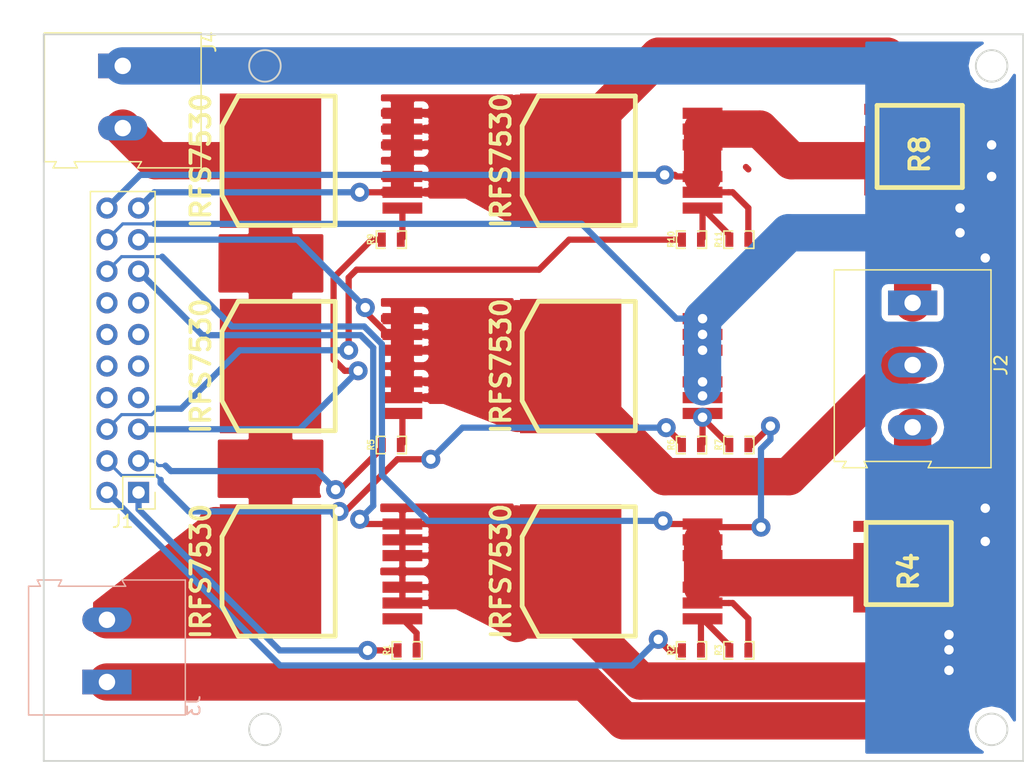
<source format=kicad_pcb>
(kicad_pcb (version 4) (host pcbnew 4.0.6)

  (general
    (links 64)
    (no_connects 0)
    (area 161.455 88.607618 243.915001 149.935001)
    (thickness 1.6)
    (drawings 15)
    (tracks 235)
    (zones 0)
    (modules 21)
    (nets 20)
  )

  (page A4)
  (layers
    (0 F.Cu signal)
    (31 B.Cu signal)
    (32 B.Adhes user)
    (33 F.Adhes user)
    (34 B.Paste user)
    (35 F.Paste user)
    (36 B.SilkS user)
    (37 F.SilkS user)
    (38 B.Mask user)
    (39 F.Mask user)
    (40 Dwgs.User user)
    (41 Cmts.User user)
    (42 Eco1.User user)
    (43 Eco2.User user)
    (44 Edge.Cuts user)
    (45 Margin user)
    (46 B.CrtYd user)
    (47 F.CrtYd user)
    (48 B.Fab user)
    (49 F.Fab user)
  )

  (setup
    (last_trace_width 3)
    (user_trace_width 0.5)
    (user_trace_width 1)
    (user_trace_width 1.5)
    (user_trace_width 2)
    (user_trace_width 2.5)
    (user_trace_width 3)
    (trace_clearance 0.2)
    (zone_clearance 0.508)
    (zone_45_only no)
    (trace_min 0.2)
    (segment_width 0.2)
    (edge_width 0.15)
    (via_size 0.6)
    (via_drill 0.4)
    (via_min_size 0.4)
    (via_min_drill 0.3)
    (user_via 1.524 0.76)
    (uvia_size 0.3)
    (uvia_drill 0.1)
    (uvias_allowed no)
    (uvia_min_size 0.2)
    (uvia_min_drill 0.1)
    (pcb_text_width 0.3)
    (pcb_text_size 1.5 1.5)
    (mod_edge_width 0.15)
    (mod_text_size 1 1)
    (mod_text_width 0.15)
    (pad_size 1.524 1.524)
    (pad_drill 0.762)
    (pad_to_mask_clearance 0.2)
    (aux_axis_origin 0 0)
    (visible_elements 7FFFFFFF)
    (pcbplotparams
      (layerselection 0x011f0_80000001)
      (usegerberextensions false)
      (excludeedgelayer true)
      (linewidth 0.100000)
      (plotframeref false)
      (viasonmask false)
      (mode 1)
      (useauxorigin false)
      (hpglpennumber 1)
      (hpglpenspeed 20)
      (hpglpendiameter 15)
      (hpglpenoverlay 2)
      (psnegative false)
      (psa4output false)
      (plotreference true)
      (plotvalue true)
      (plotinvisibletext false)
      (padsonsilk false)
      (subtractmaskfromsilk false)
      (outputformat 1)
      (mirror false)
      (drillshape 0)
      (scaleselection 1)
      (outputdirectory ""))
  )

  (net 0 "")
  (net 1 /BenMosfets/M_H1)
  (net 2 /BenMosfets/M_L1)
  (net 3 /BenMosfets/M_H2)
  (net 4 /BenMosfets/M_L2)
  (net 5 /BenMosfets/M_H3)
  (net 6 /BenMosfets/M_L3)
  (net 7 /BenMosfets/H1_VS)
  (net 8 /BenMosfets/H1_LOW)
  (net 9 /BenMosfets/H2_VS)
  (net 10 /BenMosfets/H3_VS)
  (net 11 GND)
  (net 12 V_SUPPLY)
  (net 13 "Net-(Q1-PadG)")
  (net 14 "Net-(Q2-PadG)")
  (net 15 "Net-(Q3-PadG)")
  (net 16 "Net-(Q4-PadG)")
  (net 17 "Net-(Q5-PadG)")
  (net 18 "Net-(Q6-PadG)")
  (net 19 /BenMosfets/H3_LOW)

  (net_class Default "Dies ist die voreingestellte Netzklasse."
    (clearance 0.2)
    (trace_width 0.25)
    (via_dia 0.6)
    (via_drill 0.4)
    (uvia_dia 0.3)
    (uvia_drill 0.1)
    (add_net /BenMosfets/H1_LOW)
    (add_net /BenMosfets/H1_VS)
    (add_net /BenMosfets/H2_VS)
    (add_net /BenMosfets/H3_LOW)
    (add_net /BenMosfets/H3_VS)
    (add_net /BenMosfets/M_H1)
    (add_net /BenMosfets/M_H2)
    (add_net /BenMosfets/M_H3)
    (add_net /BenMosfets/M_L1)
    (add_net /BenMosfets/M_L2)
    (add_net /BenMosfets/M_L3)
    (add_net GND)
    (add_net "Net-(Q1-PadG)")
    (add_net "Net-(Q2-PadG)")
    (add_net "Net-(Q3-PadG)")
    (add_net "Net-(Q4-PadG)")
    (add_net "Net-(Q5-PadG)")
    (add_net "Net-(Q6-PadG)")
    (add_net V_SUPPLY)
  )

  (module Pin_Headers:Pin_Header_Straight_2x10_Pitch2.54mm (layer F.Cu) (tedit 59650532) (tstamp 5B026D48)
    (at 172.72 128.27 180)
    (descr "Through hole straight pin header, 2x10, 2.54mm pitch, double rows")
    (tags "Through hole pin header THT 2x10 2.54mm double row")
    (path /5B01D895)
    (fp_text reference J1 (at 1.27 -2.33 180) (layer F.SilkS)
      (effects (font (size 1 1) (thickness 0.15)))
    )
    (fp_text value CONN_02X10 (at 1.27 25.19 180) (layer F.Fab)
      (effects (font (size 1 1) (thickness 0.15)))
    )
    (fp_line (start 0 -1.27) (end 3.81 -1.27) (layer F.Fab) (width 0.1))
    (fp_line (start 3.81 -1.27) (end 3.81 24.13) (layer F.Fab) (width 0.1))
    (fp_line (start 3.81 24.13) (end -1.27 24.13) (layer F.Fab) (width 0.1))
    (fp_line (start -1.27 24.13) (end -1.27 0) (layer F.Fab) (width 0.1))
    (fp_line (start -1.27 0) (end 0 -1.27) (layer F.Fab) (width 0.1))
    (fp_line (start -1.33 24.19) (end 3.87 24.19) (layer F.SilkS) (width 0.12))
    (fp_line (start -1.33 1.27) (end -1.33 24.19) (layer F.SilkS) (width 0.12))
    (fp_line (start 3.87 -1.33) (end 3.87 24.19) (layer F.SilkS) (width 0.12))
    (fp_line (start -1.33 1.27) (end 1.27 1.27) (layer F.SilkS) (width 0.12))
    (fp_line (start 1.27 1.27) (end 1.27 -1.33) (layer F.SilkS) (width 0.12))
    (fp_line (start 1.27 -1.33) (end 3.87 -1.33) (layer F.SilkS) (width 0.12))
    (fp_line (start -1.33 0) (end -1.33 -1.33) (layer F.SilkS) (width 0.12))
    (fp_line (start -1.33 -1.33) (end 0 -1.33) (layer F.SilkS) (width 0.12))
    (fp_line (start -1.8 -1.8) (end -1.8 24.65) (layer F.CrtYd) (width 0.05))
    (fp_line (start -1.8 24.65) (end 4.35 24.65) (layer F.CrtYd) (width 0.05))
    (fp_line (start 4.35 24.65) (end 4.35 -1.8) (layer F.CrtYd) (width 0.05))
    (fp_line (start 4.35 -1.8) (end -1.8 -1.8) (layer F.CrtYd) (width 0.05))
    (fp_text user %R (at 1.27 11.43 270) (layer F.Fab)
      (effects (font (size 1 1) (thickness 0.15)))
    )
    (pad 1 thru_hole rect (at 0 0 180) (size 1.7 1.7) (drill 1) (layers *.Cu *.Mask)
      (net 1 /BenMosfets/M_H1))
    (pad 2 thru_hole oval (at 2.54 0 180) (size 1.7 1.7) (drill 1) (layers *.Cu *.Mask)
      (net 2 /BenMosfets/M_L1))
    (pad 3 thru_hole oval (at 0 2.54 180) (size 1.7 1.7) (drill 1) (layers *.Cu *.Mask)
      (net 3 /BenMosfets/M_H2))
    (pad 4 thru_hole oval (at 2.54 2.54 180) (size 1.7 1.7) (drill 1) (layers *.Cu *.Mask)
      (net 4 /BenMosfets/M_L2))
    (pad 5 thru_hole oval (at 0 5.08 180) (size 1.7 1.7) (drill 1) (layers *.Cu *.Mask)
      (net 5 /BenMosfets/M_H3))
    (pad 6 thru_hole oval (at 2.54 5.08 180) (size 1.7 1.7) (drill 1) (layers *.Cu *.Mask)
      (net 6 /BenMosfets/M_L3))
    (pad 7 thru_hole oval (at 0 7.62 180) (size 1.7 1.7) (drill 1) (layers *.Cu *.Mask))
    (pad 8 thru_hole oval (at 2.54 7.62 180) (size 1.7 1.7) (drill 1) (layers *.Cu *.Mask))
    (pad 9 thru_hole oval (at 0 10.16 180) (size 1.7 1.7) (drill 1) (layers *.Cu *.Mask))
    (pad 10 thru_hole oval (at 2.54 10.16 180) (size 1.7 1.7) (drill 1) (layers *.Cu *.Mask))
    (pad 11 thru_hole oval (at 0 12.7 180) (size 1.7 1.7) (drill 1) (layers *.Cu *.Mask))
    (pad 12 thru_hole oval (at 2.54 12.7 180) (size 1.7 1.7) (drill 1) (layers *.Cu *.Mask))
    (pad 13 thru_hole oval (at 0 15.24 180) (size 1.7 1.7) (drill 1) (layers *.Cu *.Mask))
    (pad 14 thru_hole oval (at 2.54 15.24 180) (size 1.7 1.7) (drill 1) (layers *.Cu *.Mask))
    (pad 15 thru_hole oval (at 0 17.78 180) (size 1.7 1.7) (drill 1) (layers *.Cu *.Mask)
      (net 7 /BenMosfets/H1_VS))
    (pad 16 thru_hole oval (at 2.54 17.78 180) (size 1.7 1.7) (drill 1) (layers *.Cu *.Mask)
      (net 8 /BenMosfets/H1_LOW))
    (pad 17 thru_hole oval (at 0 20.32 180) (size 1.7 1.7) (drill 1) (layers *.Cu *.Mask)
      (net 9 /BenMosfets/H2_VS))
    (pad 18 thru_hole oval (at 2.54 20.32 180) (size 1.7 1.7) (drill 1) (layers *.Cu *.Mask)
      (net 11 GND))
    (pad 19 thru_hole oval (at 0 22.86 180) (size 1.7 1.7) (drill 1) (layers *.Cu *.Mask)
      (net 10 /BenMosfets/H3_VS))
    (pad 20 thru_hole oval (at 2.54 22.86 180) (size 1.7 1.7) (drill 1) (layers *.Cu *.Mask)
      (net 19 /BenMosfets/H3_LOW))
    (model ${KISYS3DMOD}/Pin_Headers.3dshapes/Pin_Header_Straight_2x10_Pitch2.54mm.wrl
      (at (xyz 0 0 0))
      (scale (xyz 1 1 1))
      (rotate (xyz 0 0 0))
    )
  )

  (module Connectors_Terminal_Blocks:TerminalBlock_Altech_AK300-3_P5.00mm (layer F.Cu) (tedit 59FF0306) (tstamp 5B026D4F)
    (at 234.95 113.03 270)
    (descr "Altech AK300 terminal block, pitch 5.0mm, 45 degree angled, see http://www.mouser.com/ds/2/16/PCBMETRC-24178.pdf")
    (tags "Altech AK300 terminal block pitch 5.0mm")
    (path /5B02A5C0)
    (fp_text reference J2 (at 5 -7.1 270) (layer F.SilkS)
      (effects (font (size 1 1) (thickness 0.15)))
    )
    (fp_text value Screw_Terminal_1x03 (at 4.95 7.3 270) (layer F.Fab)
      (effects (font (size 1 1) (thickness 0.15)))
    )
    (fp_text user %R (at 5 -2 270) (layer F.Fab)
      (effects (font (size 1 1) (thickness 0.15)))
    )
    (fp_line (start -2.65 -6.3) (end -2.65 6.3) (layer F.SilkS) (width 0.12))
    (fp_line (start -2.65 6.3) (end 12.75 6.3) (layer F.SilkS) (width 0.12))
    (fp_line (start 12.75 6.3) (end 12.75 5.35) (layer F.SilkS) (width 0.12))
    (fp_line (start 12.75 5.35) (end 13.25 5.65) (layer F.SilkS) (width 0.12))
    (fp_line (start 13.25 5.65) (end 13.25 3.65) (layer F.SilkS) (width 0.12))
    (fp_line (start 13.25 3.65) (end 12.75 3.9) (layer F.SilkS) (width 0.12))
    (fp_line (start 12.75 3.9) (end 12.75 -1.5) (layer F.SilkS) (width 0.12))
    (fp_line (start 12.75 -1.5) (end 13.25 -1.25) (layer F.SilkS) (width 0.12))
    (fp_line (start 13.25 -1.25) (end 13.25 -6.3) (layer F.SilkS) (width 0.12))
    (fp_line (start 13.25 -6.3) (end -2.65 -6.3) (layer F.SilkS) (width 0.12))
    (fp_line (start 12.66 -0.65) (end -2.52 -0.65) (layer F.Fab) (width 0.1))
    (fp_line (start 8.02 3.99) (end 8.02 -0.26) (layer F.Fab) (width 0.1))
    (fp_line (start 12.09 6.21) (end 7.58 6.21) (layer F.Fab) (width 0.1))
    (fp_line (start 7.58 -3.19) (end 12.6 -3.19) (layer F.Fab) (width 0.1))
    (fp_line (start -2.58 -6.23) (end 12.66 -6.23) (layer F.Fab) (width 0.1))
    (fp_line (start 8.42 -0.26) (end 11.72 -0.26) (layer F.Fab) (width 0.1))
    (fp_line (start 8.04 -0.26) (end 8.42 -0.26) (layer F.Fab) (width 0.1))
    (fp_line (start 12.1 -0.26) (end 11.72 -0.26) (layer F.Fab) (width 0.1))
    (fp_line (start 8.57 -4.33) (end 11.62 -4.96) (layer F.Fab) (width 0.1))
    (fp_line (start 8.44 -4.46) (end 11.49 -5.09) (layer F.Fab) (width 0.1))
    (fp_line (start 12.1 -3.44) (end 8.04 -3.44) (layer F.Fab) (width 0.1))
    (fp_line (start 12.1 -5.98) (end 12.1 -3.44) (layer F.Fab) (width 0.1))
    (fp_line (start 8.04 -5.98) (end 12.1 -5.98) (layer F.Fab) (width 0.1))
    (fp_line (start 8.04 -3.44) (end 8.04 -5.98) (layer F.Fab) (width 0.1))
    (fp_line (start 12.66 -3.19) (end 12.66 -1.66) (layer F.Fab) (width 0.1))
    (fp_line (start 12.66 -0.65) (end 12.66 4.05) (layer F.Fab) (width 0.1))
    (fp_line (start 12.66 -1.66) (end 12.66 -0.65) (layer F.Fab) (width 0.1))
    (fp_line (start 11.72 0.5) (end 11.34 0.5) (layer F.Fab) (width 0.1))
    (fp_line (start 8.42 0.5) (end 8.8 0.5) (layer F.Fab) (width 0.1))
    (fp_line (start 8.42 3.67) (end 8.42 0.5) (layer F.Fab) (width 0.1))
    (fp_line (start 11.72 3.67) (end 8.42 3.67) (layer F.Fab) (width 0.1))
    (fp_line (start 11.72 3.67) (end 11.72 0.5) (layer F.Fab) (width 0.1))
    (fp_line (start 12.1 4.31) (end 12.1 6.21) (layer F.Fab) (width 0.1))
    (fp_line (start 8.04 4.31) (end 12.1 4.31) (layer F.Fab) (width 0.1))
    (fp_line (start 12.1 6.21) (end 12.66 6.21) (layer F.Fab) (width 0.1))
    (fp_line (start 12.1 -0.26) (end 12.1 4.31) (layer F.Fab) (width 0.1))
    (fp_line (start 8.04 6.21) (end 8.04 4.31) (layer F.Fab) (width 0.1))
    (fp_line (start 13.17 3.8) (end 13.17 5.45) (layer F.Fab) (width 0.1))
    (fp_line (start 12.66 4.05) (end 12.66 5.2) (layer F.Fab) (width 0.1))
    (fp_line (start 13.17 3.8) (end 12.66 4.05) (layer F.Fab) (width 0.1))
    (fp_line (start 12.66 5.2) (end 12.66 6.21) (layer F.Fab) (width 0.1))
    (fp_line (start 13.17 5.45) (end 12.66 5.2) (layer F.Fab) (width 0.1))
    (fp_line (start 13.17 -1.41) (end 12.66 -1.66) (layer F.Fab) (width 0.1))
    (fp_line (start 13.17 -6.23) (end 13.17 -1.41) (layer F.Fab) (width 0.1))
    (fp_line (start 12.66 -6.23) (end 13.17 -6.23) (layer F.Fab) (width 0.1))
    (fp_line (start 12.66 -6.23) (end 12.66 -3.19) (layer F.Fab) (width 0.1))
    (fp_line (start 8.8 2.53) (end 8.8 -0.26) (layer F.Fab) (width 0.1))
    (fp_line (start 8.8 -0.26) (end 11.34 -0.26) (layer F.Fab) (width 0.1))
    (fp_line (start 11.34 2.53) (end 11.34 -0.26) (layer F.Fab) (width 0.1))
    (fp_line (start 8.8 2.53) (end 11.34 2.53) (layer F.Fab) (width 0.1))
    (fp_line (start -1.28 2.53) (end 1.26 2.53) (layer F.Fab) (width 0.1))
    (fp_line (start 1.26 2.53) (end 1.26 -0.26) (layer F.Fab) (width 0.1))
    (fp_line (start -1.28 -0.26) (end 1.26 -0.26) (layer F.Fab) (width 0.1))
    (fp_line (start -1.28 2.53) (end -1.28 -0.26) (layer F.Fab) (width 0.1))
    (fp_line (start 3.72 2.53) (end 6.26 2.53) (layer F.Fab) (width 0.1))
    (fp_line (start 6.26 2.53) (end 6.26 -0.26) (layer F.Fab) (width 0.1))
    (fp_line (start 3.72 -0.26) (end 6.26 -0.26) (layer F.Fab) (width 0.1))
    (fp_line (start 3.72 2.53) (end 3.72 -0.26) (layer F.Fab) (width 0.1))
    (fp_line (start 8.02 5.2) (end 8.02 6.21) (layer F.Fab) (width 0.1))
    (fp_line (start 8.02 4.05) (end 8.02 5.2) (layer F.Fab) (width 0.1))
    (fp_line (start 2.96 6.21) (end 2.96 4.31) (layer F.Fab) (width 0.1))
    (fp_line (start 7.02 -0.26) (end 7.02 4.31) (layer F.Fab) (width 0.1))
    (fp_line (start 2.96 6.21) (end 7.02 6.21) (layer F.Fab) (width 0.1))
    (fp_line (start 7.02 6.21) (end 7.58 6.21) (layer F.Fab) (width 0.1))
    (fp_line (start 2.02 6.21) (end 2.02 4.31) (layer F.Fab) (width 0.1))
    (fp_line (start 2.02 6.21) (end 2.96 6.21) (layer F.Fab) (width 0.1))
    (fp_line (start -2.05 -0.26) (end -2.05 4.31) (layer F.Fab) (width 0.1))
    (fp_line (start -2.58 6.21) (end -2.05 6.21) (layer F.Fab) (width 0.1))
    (fp_line (start -2.05 6.21) (end 2.02 6.21) (layer F.Fab) (width 0.1))
    (fp_line (start 2.96 4.31) (end 7.02 4.31) (layer F.Fab) (width 0.1))
    (fp_line (start 2.96 4.31) (end 2.96 -0.26) (layer F.Fab) (width 0.1))
    (fp_line (start 7.02 4.31) (end 7.02 6.21) (layer F.Fab) (width 0.1))
    (fp_line (start 2.02 4.31) (end -2.05 4.31) (layer F.Fab) (width 0.1))
    (fp_line (start 2.02 4.31) (end 2.02 -0.26) (layer F.Fab) (width 0.1))
    (fp_line (start -2.05 4.31) (end -2.05 6.21) (layer F.Fab) (width 0.1))
    (fp_line (start 6.64 3.67) (end 6.64 0.5) (layer F.Fab) (width 0.1))
    (fp_line (start 6.64 3.67) (end 3.34 3.67) (layer F.Fab) (width 0.1))
    (fp_line (start 3.34 3.67) (end 3.34 0.5) (layer F.Fab) (width 0.1))
    (fp_line (start 1.64 3.67) (end 1.64 0.5) (layer F.Fab) (width 0.1))
    (fp_line (start 1.64 3.67) (end -1.67 3.67) (layer F.Fab) (width 0.1))
    (fp_line (start -1.67 3.67) (end -1.67 0.5) (layer F.Fab) (width 0.1))
    (fp_line (start -1.67 0.5) (end -1.28 0.5) (layer F.Fab) (width 0.1))
    (fp_line (start 1.64 0.5) (end 1.26 0.5) (layer F.Fab) (width 0.1))
    (fp_line (start 3.34 0.5) (end 3.72 0.5) (layer F.Fab) (width 0.1))
    (fp_line (start 6.64 0.5) (end 6.26 0.5) (layer F.Fab) (width 0.1))
    (fp_line (start -2.58 6.21) (end -2.58 -0.65) (layer F.Fab) (width 0.1))
    (fp_line (start -2.58 -0.65) (end -2.58 -3.19) (layer F.Fab) (width 0.1))
    (fp_line (start -2.58 -3.19) (end 7.58 -3.19) (layer F.Fab) (width 0.1))
    (fp_line (start -2.58 -3.19) (end -2.58 -6.23) (layer F.Fab) (width 0.1))
    (fp_line (start 2.96 -3.44) (end 2.96 -5.98) (layer F.Fab) (width 0.1))
    (fp_line (start 2.96 -5.98) (end 7.02 -5.98) (layer F.Fab) (width 0.1))
    (fp_line (start 7.02 -5.98) (end 7.02 -3.44) (layer F.Fab) (width 0.1))
    (fp_line (start 7.02 -3.44) (end 2.96 -3.44) (layer F.Fab) (width 0.1))
    (fp_line (start 2.02 -3.44) (end 2.02 -5.98) (layer F.Fab) (width 0.1))
    (fp_line (start 2.02 -3.44) (end -2.05 -3.44) (layer F.Fab) (width 0.1))
    (fp_line (start -2.05 -3.44) (end -2.05 -5.98) (layer F.Fab) (width 0.1))
    (fp_line (start 2.02 -5.98) (end -2.05 -5.98) (layer F.Fab) (width 0.1))
    (fp_line (start 3.36 -4.46) (end 6.41 -5.09) (layer F.Fab) (width 0.1))
    (fp_line (start 3.49 -4.33) (end 6.54 -4.96) (layer F.Fab) (width 0.1))
    (fp_line (start -1.64 -4.46) (end 1.41 -5.09) (layer F.Fab) (width 0.1))
    (fp_line (start -1.51 -4.33) (end 1.53 -4.96) (layer F.Fab) (width 0.1))
    (fp_line (start -2.05 -0.26) (end -1.67 -0.26) (layer F.Fab) (width 0.1))
    (fp_line (start 2.02 -0.26) (end 1.64 -0.26) (layer F.Fab) (width 0.1))
    (fp_line (start 1.64 -0.26) (end -1.67 -0.26) (layer F.Fab) (width 0.1))
    (fp_line (start 7.02 -0.26) (end 6.64 -0.26) (layer F.Fab) (width 0.1))
    (fp_line (start 2.96 -0.26) (end 3.34 -0.26) (layer F.Fab) (width 0.1))
    (fp_line (start 3.34 -0.26) (end 6.64 -0.26) (layer F.Fab) (width 0.1))
    (fp_line (start -2.83 -6.48) (end 13.42 -6.48) (layer F.CrtYd) (width 0.05))
    (fp_line (start -2.83 -6.48) (end -2.83 6.46) (layer F.CrtYd) (width 0.05))
    (fp_line (start 13.42 6.46) (end 13.42 -6.48) (layer F.CrtYd) (width 0.05))
    (fp_line (start 13.42 6.46) (end -2.83 6.46) (layer F.CrtYd) (width 0.05))
    (fp_arc (start 8.93 -4.66) (end 8.64 -4.14) (angle 104.2) (layer F.Fab) (width 0.1))
    (fp_arc (start 10.04 -3.72) (end 8.44 -5.01) (angle 100) (layer F.Fab) (width 0.1))
    (fp_arc (start 10.12 -6.08) (end 11.58 -4.13) (angle 75.5) (layer F.Fab) (width 0.1))
    (fp_arc (start 11.09 -4.6) (end 11.59 -5.06) (angle 90.5) (layer F.Fab) (width 0.1))
    (fp_arc (start 6.01 -4.6) (end 6.51 -5.06) (angle 90.5) (layer F.Fab) (width 0.1))
    (fp_arc (start 5.04 -6.08) (end 6.5 -4.13) (angle 75.5) (layer F.Fab) (width 0.1))
    (fp_arc (start 4.96 -3.72) (end 3.36 -5.01) (angle 100) (layer F.Fab) (width 0.1))
    (fp_arc (start 3.85 -4.66) (end 3.56 -4.14) (angle 104.2) (layer F.Fab) (width 0.1))
    (fp_arc (start 1 -4.6) (end 1.51 -5.06) (angle 90.5) (layer F.Fab) (width 0.1))
    (fp_arc (start 0.04 -6.08) (end 1.5 -4.13) (angle 75.5) (layer F.Fab) (width 0.1))
    (fp_arc (start -0.04 -3.72) (end -1.64 -5.01) (angle 100) (layer F.Fab) (width 0.1))
    (fp_arc (start -1.16 -4.66) (end -1.44 -4.14) (angle 104.2) (layer F.Fab) (width 0.1))
    (pad 1 thru_hole rect (at 0 0 270) (size 1.98 3.96) (drill 1.32) (layers *.Cu *.Mask)
      (net 10 /BenMosfets/H3_VS))
    (pad 2 thru_hole oval (at 5 0 270) (size 1.98 3.96) (drill 1.32) (layers *.Cu *.Mask)
      (net 9 /BenMosfets/H2_VS))
    (pad 3 thru_hole oval (at 10 0 270) (size 1.98 3.96) (drill 1.32) (layers *.Cu *.Mask)
      (net 7 /BenMosfets/H1_VS))
    (model ${KISYS3DMOD}/Terminal_Blocks.3dshapes/TerminalBlock_Altech_AK300-3_P5.00mm.wrl
      (at (xyz 0 0 0))
      (scale (xyz 1 1 1))
      (rotate (xyz 0 0 0))
    )
  )

  (module CRF1:D2PAK-7-GDS (layer F.Cu) (tedit 504CD5B2) (tstamp 5B026D60)
    (at 189.23 134.62 90)
    (path /5B01D910/5B01E670)
    (fp_text reference Q1 (at 0 8.19912 90) (layer F.SilkS) hide
      (effects (font (thickness 0.3048)))
    )
    (fp_text value IRFS7530 (at 0 -11.50112 90) (layer F.SilkS)
      (effects (font (thickness 0.3048)))
    )
    (fp_line (start 5.19938 -0.70104) (end -5.19938 -0.70104) (layer F.SilkS) (width 0.381))
    (fp_line (start -5.19938 -0.70104) (end -5.19938 -8.49884) (layer F.SilkS) (width 0.381))
    (fp_line (start -5.19938 -8.49884) (end -2.79908 -9.79932) (layer F.SilkS) (width 0.381))
    (fp_line (start -2.79908 -9.79932) (end 2.79908 -9.79932) (layer F.SilkS) (width 0.381))
    (fp_line (start 2.79908 -9.79932) (end 5.19938 -8.49884) (layer F.SilkS) (width 0.381))
    (fp_line (start 5.19938 -8.49884) (end 5.19938 -0.70104) (layer F.SilkS) (width 0.381))
    (pad D smd rect (at 0 -5.90042 90) (size 10.80008 8.15086) (layers F.Cu F.Paste F.Mask)
      (net 12 V_SUPPLY))
    (pad G smd rect (at -3.81 4.70154 90) (size 0.89916 3.2004) (layers F.Cu F.Paste F.Mask)
      (net 13 "Net-(Q1-PadG)"))
    (pad S smd rect (at -2.54 4.70154 90) (size 0.89916 3.2004) (layers F.Cu F.Paste F.Mask)
      (net 7 /BenMosfets/H1_VS))
    (pad S smd rect (at -1.27 4.70154 90) (size 0.89916 3.2004) (layers F.Cu F.Paste F.Mask)
      (net 7 /BenMosfets/H1_VS))
    (pad S smd rect (at 1.27 4.70154 90) (size 0.89916 3.2004) (layers F.Cu F.Paste F.Mask)
      (net 7 /BenMosfets/H1_VS))
    (pad S smd rect (at 2.54 4.70154 90) (size 0.89916 3.2004) (layers F.Cu F.Paste F.Mask)
      (net 7 /BenMosfets/H1_VS))
    (pad S smd rect (at 3.81 4.70154 90) (size 0.89916 3.2004) (layers F.Cu F.Paste F.Mask)
      (net 7 /BenMosfets/H1_VS))
  )

  (module CRF1:D2PAK-7-GDS (layer F.Cu) (tedit 504CD5B2) (tstamp 5B026D71)
    (at 213.36 134.62 90)
    (path /5B01D910/5B01E671)
    (fp_text reference Q2 (at 0 8.19912 90) (layer F.SilkS) hide
      (effects (font (thickness 0.3048)))
    )
    (fp_text value IRFS7530 (at 0 -11.50112 90) (layer F.SilkS)
      (effects (font (thickness 0.3048)))
    )
    (fp_line (start 5.19938 -0.70104) (end -5.19938 -0.70104) (layer F.SilkS) (width 0.381))
    (fp_line (start -5.19938 -0.70104) (end -5.19938 -8.49884) (layer F.SilkS) (width 0.381))
    (fp_line (start -5.19938 -8.49884) (end -2.79908 -9.79932) (layer F.SilkS) (width 0.381))
    (fp_line (start -2.79908 -9.79932) (end 2.79908 -9.79932) (layer F.SilkS) (width 0.381))
    (fp_line (start 2.79908 -9.79932) (end 5.19938 -8.49884) (layer F.SilkS) (width 0.381))
    (fp_line (start 5.19938 -8.49884) (end 5.19938 -0.70104) (layer F.SilkS) (width 0.381))
    (pad D smd rect (at 0 -5.90042 90) (size 10.80008 8.15086) (layers F.Cu F.Paste F.Mask)
      (net 7 /BenMosfets/H1_VS))
    (pad G smd rect (at -3.81 4.70154 90) (size 0.89916 3.2004) (layers F.Cu F.Paste F.Mask)
      (net 14 "Net-(Q2-PadG)"))
    (pad S smd rect (at -2.54 4.70154 90) (size 0.89916 3.2004) (layers F.Cu F.Paste F.Mask)
      (net 8 /BenMosfets/H1_LOW))
    (pad S smd rect (at -1.27 4.70154 90) (size 0.89916 3.2004) (layers F.Cu F.Paste F.Mask)
      (net 8 /BenMosfets/H1_LOW))
    (pad S smd rect (at 1.27 4.70154 90) (size 0.89916 3.2004) (layers F.Cu F.Paste F.Mask)
      (net 8 /BenMosfets/H1_LOW))
    (pad S smd rect (at 2.54 4.70154 90) (size 0.89916 3.2004) (layers F.Cu F.Paste F.Mask)
      (net 8 /BenMosfets/H1_LOW))
    (pad S smd rect (at 3.81 4.70154 90) (size 0.89916 3.2004) (layers F.Cu F.Paste F.Mask)
      (net 8 /BenMosfets/H1_LOW))
  )

  (module CRF1:D2PAK-7-GDS (layer F.Cu) (tedit 504CD5B2) (tstamp 5B026D82)
    (at 189.23 118.11 90)
    (path /5B01D910/5B01E677)
    (fp_text reference Q3 (at 0 8.19912 90) (layer F.SilkS) hide
      (effects (font (thickness 0.3048)))
    )
    (fp_text value IRFS7530 (at 0 -11.50112 90) (layer F.SilkS)
      (effects (font (thickness 0.3048)))
    )
    (fp_line (start 5.19938 -0.70104) (end -5.19938 -0.70104) (layer F.SilkS) (width 0.381))
    (fp_line (start -5.19938 -0.70104) (end -5.19938 -8.49884) (layer F.SilkS) (width 0.381))
    (fp_line (start -5.19938 -8.49884) (end -2.79908 -9.79932) (layer F.SilkS) (width 0.381))
    (fp_line (start -2.79908 -9.79932) (end 2.79908 -9.79932) (layer F.SilkS) (width 0.381))
    (fp_line (start 2.79908 -9.79932) (end 5.19938 -8.49884) (layer F.SilkS) (width 0.381))
    (fp_line (start 5.19938 -8.49884) (end 5.19938 -0.70104) (layer F.SilkS) (width 0.381))
    (pad D smd rect (at 0 -5.90042 90) (size 10.80008 8.15086) (layers F.Cu F.Paste F.Mask)
      (net 12 V_SUPPLY))
    (pad G smd rect (at -3.81 4.70154 90) (size 0.89916 3.2004) (layers F.Cu F.Paste F.Mask)
      (net 15 "Net-(Q3-PadG)"))
    (pad S smd rect (at -2.54 4.70154 90) (size 0.89916 3.2004) (layers F.Cu F.Paste F.Mask)
      (net 9 /BenMosfets/H2_VS))
    (pad S smd rect (at -1.27 4.70154 90) (size 0.89916 3.2004) (layers F.Cu F.Paste F.Mask)
      (net 9 /BenMosfets/H2_VS))
    (pad S smd rect (at 1.27 4.70154 90) (size 0.89916 3.2004) (layers F.Cu F.Paste F.Mask)
      (net 9 /BenMosfets/H2_VS))
    (pad S smd rect (at 2.54 4.70154 90) (size 0.89916 3.2004) (layers F.Cu F.Paste F.Mask)
      (net 9 /BenMosfets/H2_VS))
    (pad S smd rect (at 3.81 4.70154 90) (size 0.89916 3.2004) (layers F.Cu F.Paste F.Mask)
      (net 9 /BenMosfets/H2_VS))
  )

  (module CRF1:D2PAK-7-GDS (layer F.Cu) (tedit 504CD5B2) (tstamp 5B026D93)
    (at 213.36 118.11 90)
    (path /5B01D910/5B01E676)
    (fp_text reference Q4 (at 0 8.19912 90) (layer F.SilkS) hide
      (effects (font (thickness 0.3048)))
    )
    (fp_text value IRFS7530 (at 0 -11.50112 90) (layer F.SilkS)
      (effects (font (thickness 0.3048)))
    )
    (fp_line (start 5.19938 -0.70104) (end -5.19938 -0.70104) (layer F.SilkS) (width 0.381))
    (fp_line (start -5.19938 -0.70104) (end -5.19938 -8.49884) (layer F.SilkS) (width 0.381))
    (fp_line (start -5.19938 -8.49884) (end -2.79908 -9.79932) (layer F.SilkS) (width 0.381))
    (fp_line (start -2.79908 -9.79932) (end 2.79908 -9.79932) (layer F.SilkS) (width 0.381))
    (fp_line (start 2.79908 -9.79932) (end 5.19938 -8.49884) (layer F.SilkS) (width 0.381))
    (fp_line (start 5.19938 -8.49884) (end 5.19938 -0.70104) (layer F.SilkS) (width 0.381))
    (pad D smd rect (at 0 -5.90042 90) (size 10.80008 8.15086) (layers F.Cu F.Paste F.Mask)
      (net 9 /BenMosfets/H2_VS))
    (pad G smd rect (at -3.81 4.70154 90) (size 0.89916 3.2004) (layers F.Cu F.Paste F.Mask)
      (net 16 "Net-(Q4-PadG)"))
    (pad S smd rect (at -2.54 4.70154 90) (size 0.89916 3.2004) (layers F.Cu F.Paste F.Mask)
      (net 11 GND))
    (pad S smd rect (at -1.27 4.70154 90) (size 0.89916 3.2004) (layers F.Cu F.Paste F.Mask)
      (net 11 GND))
    (pad S smd rect (at 1.27 4.70154 90) (size 0.89916 3.2004) (layers F.Cu F.Paste F.Mask)
      (net 11 GND))
    (pad S smd rect (at 2.54 4.70154 90) (size 0.89916 3.2004) (layers F.Cu F.Paste F.Mask)
      (net 11 GND))
    (pad S smd rect (at 3.81 4.70154 90) (size 0.89916 3.2004) (layers F.Cu F.Paste F.Mask)
      (net 11 GND))
  )

  (module CRF1:D2PAK-7-GDS (layer F.Cu) (tedit 504CD5B2) (tstamp 5B026DA4)
    (at 189.23 101.6 90)
    (path /5B01D910/5B01E678)
    (fp_text reference Q5 (at 0 8.19912 90) (layer F.SilkS) hide
      (effects (font (thickness 0.3048)))
    )
    (fp_text value IRFS7530 (at 0 -11.50112 90) (layer F.SilkS)
      (effects (font (thickness 0.3048)))
    )
    (fp_line (start 5.19938 -0.70104) (end -5.19938 -0.70104) (layer F.SilkS) (width 0.381))
    (fp_line (start -5.19938 -0.70104) (end -5.19938 -8.49884) (layer F.SilkS) (width 0.381))
    (fp_line (start -5.19938 -8.49884) (end -2.79908 -9.79932) (layer F.SilkS) (width 0.381))
    (fp_line (start -2.79908 -9.79932) (end 2.79908 -9.79932) (layer F.SilkS) (width 0.381))
    (fp_line (start 2.79908 -9.79932) (end 5.19938 -8.49884) (layer F.SilkS) (width 0.381))
    (fp_line (start 5.19938 -8.49884) (end 5.19938 -0.70104) (layer F.SilkS) (width 0.381))
    (pad D smd rect (at 0 -5.90042 90) (size 10.80008 8.15086) (layers F.Cu F.Paste F.Mask)
      (net 12 V_SUPPLY))
    (pad G smd rect (at -3.81 4.70154 90) (size 0.89916 3.2004) (layers F.Cu F.Paste F.Mask)
      (net 17 "Net-(Q5-PadG)"))
    (pad S smd rect (at -2.54 4.70154 90) (size 0.89916 3.2004) (layers F.Cu F.Paste F.Mask)
      (net 10 /BenMosfets/H3_VS))
    (pad S smd rect (at -1.27 4.70154 90) (size 0.89916 3.2004) (layers F.Cu F.Paste F.Mask)
      (net 10 /BenMosfets/H3_VS))
    (pad S smd rect (at 1.27 4.70154 90) (size 0.89916 3.2004) (layers F.Cu F.Paste F.Mask)
      (net 10 /BenMosfets/H3_VS))
    (pad S smd rect (at 2.54 4.70154 90) (size 0.89916 3.2004) (layers F.Cu F.Paste F.Mask)
      (net 10 /BenMosfets/H3_VS))
    (pad S smd rect (at 3.81 4.70154 90) (size 0.89916 3.2004) (layers F.Cu F.Paste F.Mask)
      (net 10 /BenMosfets/H3_VS))
  )

  (module CRF1:D2PAK-7-GDS (layer F.Cu) (tedit 504CD5B2) (tstamp 5B026DB5)
    (at 213.36 101.6 90)
    (path /5B01D910/5B01E679)
    (fp_text reference Q6 (at 0 8.19912 90) (layer F.SilkS) hide
      (effects (font (thickness 0.3048)))
    )
    (fp_text value IRFS7530 (at 0 -11.50112 90) (layer F.SilkS)
      (effects (font (thickness 0.3048)))
    )
    (fp_line (start 5.19938 -0.70104) (end -5.19938 -0.70104) (layer F.SilkS) (width 0.381))
    (fp_line (start -5.19938 -0.70104) (end -5.19938 -8.49884) (layer F.SilkS) (width 0.381))
    (fp_line (start -5.19938 -8.49884) (end -2.79908 -9.79932) (layer F.SilkS) (width 0.381))
    (fp_line (start -2.79908 -9.79932) (end 2.79908 -9.79932) (layer F.SilkS) (width 0.381))
    (fp_line (start 2.79908 -9.79932) (end 5.19938 -8.49884) (layer F.SilkS) (width 0.381))
    (fp_line (start 5.19938 -8.49884) (end 5.19938 -0.70104) (layer F.SilkS) (width 0.381))
    (pad D smd rect (at 0 -5.90042 90) (size 10.80008 8.15086) (layers F.Cu F.Paste F.Mask)
      (net 10 /BenMosfets/H3_VS))
    (pad G smd rect (at -3.81 4.70154 90) (size 0.89916 3.2004) (layers F.Cu F.Paste F.Mask)
      (net 18 "Net-(Q6-PadG)"))
    (pad S smd rect (at -2.54 4.70154 90) (size 0.89916 3.2004) (layers F.Cu F.Paste F.Mask)
      (net 19 /BenMosfets/H3_LOW))
    (pad S smd rect (at -1.27 4.70154 90) (size 0.89916 3.2004) (layers F.Cu F.Paste F.Mask)
      (net 19 /BenMosfets/H3_LOW))
    (pad S smd rect (at 1.27 4.70154 90) (size 0.89916 3.2004) (layers F.Cu F.Paste F.Mask)
      (net 19 /BenMosfets/H3_LOW))
    (pad S smd rect (at 2.54 4.70154 90) (size 0.89916 3.2004) (layers F.Cu F.Paste F.Mask)
      (net 19 /BenMosfets/H3_LOW))
    (pad S smd rect (at 3.81 4.70154 90) (size 0.89916 3.2004) (layers F.Cu F.Paste F.Mask)
      (net 19 /BenMosfets/H3_LOW))
  )

  (module CRF1:SMD-0603_r (layer F.Cu) (tedit 54015C8D) (tstamp 5B026DC1)
    (at 194.31 140.97 180)
    (path /5B01D910/5B01E673)
    (attr smd)
    (fp_text reference R1 (at 1.635 0.024 270) (layer F.SilkS)
      (effects (font (size 0.50038 0.4572) (thickness 0.1143)))
    )
    (fp_text value 4R7 (at -1.69926 0 450) (layer F.SilkS) hide
      (effects (font (size 0.508 0.4572) (thickness 0.1143)))
    )
    (fp_line (start -0.50038 -0.6985) (end -1.2065 -0.6985) (layer F.SilkS) (width 0.127))
    (fp_line (start -1.2065 -0.6985) (end -1.2065 0.6985) (layer F.SilkS) (width 0.127))
    (fp_line (start -1.2065 0.6985) (end -0.50038 0.6985) (layer F.SilkS) (width 0.127))
    (fp_line (start 1.2065 -0.6985) (end 0.50038 -0.6985) (layer F.SilkS) (width 0.127))
    (fp_line (start 1.2065 -0.6985) (end 1.2065 0.6985) (layer F.SilkS) (width 0.127))
    (fp_line (start 1.2065 0.6985) (end 0.50038 0.6985) (layer F.SilkS) (width 0.127))
    (pad 1 smd rect (at -0.762 0 180) (size 0.635 1.143) (layers F.Cu F.Paste F.Mask)
      (net 13 "Net-(Q1-PadG)"))
    (pad 2 smd rect (at 0.762 0 180) (size 0.635 1.143) (layers F.Cu F.Paste F.Mask)
      (net 1 /BenMosfets/M_H1))
    (model smd\resistors\R0603.wrl
      (at (xyz 0 0 0.001000000047497451))
      (scale (xyz 0.5 0.5 0.5))
      (rotate (xyz 0 0 0))
    )
  )

  (module CRF1:SMD-0603_r (layer F.Cu) (tedit 54015C8D) (tstamp 5B026DCD)
    (at 217.17 140.97 180)
    (path /5B01D910/5B01E672)
    (attr smd)
    (fp_text reference R2 (at 1.635 0.024 270) (layer F.SilkS)
      (effects (font (size 0.50038 0.4572) (thickness 0.1143)))
    )
    (fp_text value 4R7 (at -1.69926 0 450) (layer F.SilkS) hide
      (effects (font (size 0.508 0.4572) (thickness 0.1143)))
    )
    (fp_line (start -0.50038 -0.6985) (end -1.2065 -0.6985) (layer F.SilkS) (width 0.127))
    (fp_line (start -1.2065 -0.6985) (end -1.2065 0.6985) (layer F.SilkS) (width 0.127))
    (fp_line (start -1.2065 0.6985) (end -0.50038 0.6985) (layer F.SilkS) (width 0.127))
    (fp_line (start 1.2065 -0.6985) (end 0.50038 -0.6985) (layer F.SilkS) (width 0.127))
    (fp_line (start 1.2065 -0.6985) (end 1.2065 0.6985) (layer F.SilkS) (width 0.127))
    (fp_line (start 1.2065 0.6985) (end 0.50038 0.6985) (layer F.SilkS) (width 0.127))
    (pad 1 smd rect (at -0.762 0 180) (size 0.635 1.143) (layers F.Cu F.Paste F.Mask)
      (net 14 "Net-(Q2-PadG)"))
    (pad 2 smd rect (at 0.762 0 180) (size 0.635 1.143) (layers F.Cu F.Paste F.Mask)
      (net 2 /BenMosfets/M_L1))
    (model smd\resistors\R0603.wrl
      (at (xyz 0 0 0.001000000047497451))
      (scale (xyz 0.5 0.5 0.5))
      (rotate (xyz 0 0 0))
    )
  )

  (module CRF1:SMD-0603_r (layer F.Cu) (tedit 54015C8D) (tstamp 5B026DD9)
    (at 220.98 140.97 180)
    (path /5B01D910/5B01E66F)
    (attr smd)
    (fp_text reference R3 (at 1.635 0.024 270) (layer F.SilkS)
      (effects (font (size 0.50038 0.4572) (thickness 0.1143)))
    )
    (fp_text value 39k (at -1.69926 0 450) (layer F.SilkS) hide
      (effects (font (size 0.508 0.4572) (thickness 0.1143)))
    )
    (fp_line (start -0.50038 -0.6985) (end -1.2065 -0.6985) (layer F.SilkS) (width 0.127))
    (fp_line (start -1.2065 -0.6985) (end -1.2065 0.6985) (layer F.SilkS) (width 0.127))
    (fp_line (start -1.2065 0.6985) (end -0.50038 0.6985) (layer F.SilkS) (width 0.127))
    (fp_line (start 1.2065 -0.6985) (end 0.50038 -0.6985) (layer F.SilkS) (width 0.127))
    (fp_line (start 1.2065 -0.6985) (end 1.2065 0.6985) (layer F.SilkS) (width 0.127))
    (fp_line (start 1.2065 0.6985) (end 0.50038 0.6985) (layer F.SilkS) (width 0.127))
    (pad 1 smd rect (at -0.762 0 180) (size 0.635 1.143) (layers F.Cu F.Paste F.Mask)
      (net 8 /BenMosfets/H1_LOW))
    (pad 2 smd rect (at 0.762 0 180) (size 0.635 1.143) (layers F.Cu F.Paste F.Mask)
      (net 14 "Net-(Q2-PadG)"))
    (model smd\resistors\R0603.wrl
      (at (xyz 0 0 0.001000000047497451))
      (scale (xyz 0.5 0.5 0.5))
      (rotate (xyz 0 0 0))
    )
  )

  (module crf1:WSLP2726 (layer F.Cu) (tedit 509998E8) (tstamp 5B026DE1)
    (at 234.6325 132.08)
    (path /5B01D910/5B035AE7)
    (fp_text reference R4 (at 0 2.54 90) (layer F.SilkS)
      (effects (font (thickness 0.3048)))
    )
    (fp_text value SHUNT (at 0 -3.937) (layer F.SilkS) hide
      (effects (font (thickness 0.3048)))
    )
    (fp_line (start -3.429 -1.397) (end -3.429 5.207) (layer F.SilkS) (width 0.381))
    (fp_line (start -3.429 5.207) (end 3.429 5.207) (layer F.SilkS) (width 0.381))
    (fp_line (start 3.429 5.207) (end 3.429 -1.397) (layer F.SilkS) (width 0.381))
    (fp_line (start 3.429 -1.397) (end -3.429 -1.397) (layer F.SilkS) (width 0.381))
    (pad 1 smd rect (at -3.2385 3.048) (size 2.4384 5.588) (layers F.Cu F.Paste F.Mask)
      (net 8 /BenMosfets/H1_LOW))
    (pad 2 smd rect (at 3.2385 3.048) (size 2.4384 5.588) (layers F.Cu F.Paste F.Mask)
      (net 11 GND))
    (pad 3 smd rect (at -3.2385 -1.0795) (size 2.4384 0.889) (layers F.Cu F.Paste F.Mask))
    (pad 4 smd rect (at 3.2385 -1.0795) (size 2.4384 0.889) (layers F.Cu F.Paste F.Mask))
  )

  (module CRF1:SMD-0603_r (layer F.Cu) (tedit 54015C8D) (tstamp 5B026DED)
    (at 193.04 124.46 180)
    (path /5B01D910/5B01E674)
    (attr smd)
    (fp_text reference R5 (at 1.635 0.024 270) (layer F.SilkS)
      (effects (font (size 0.50038 0.4572) (thickness 0.1143)))
    )
    (fp_text value 4R7 (at -1.69926 0 450) (layer F.SilkS) hide
      (effects (font (size 0.508 0.4572) (thickness 0.1143)))
    )
    (fp_line (start -0.50038 -0.6985) (end -1.2065 -0.6985) (layer F.SilkS) (width 0.127))
    (fp_line (start -1.2065 -0.6985) (end -1.2065 0.6985) (layer F.SilkS) (width 0.127))
    (fp_line (start -1.2065 0.6985) (end -0.50038 0.6985) (layer F.SilkS) (width 0.127))
    (fp_line (start 1.2065 -0.6985) (end 0.50038 -0.6985) (layer F.SilkS) (width 0.127))
    (fp_line (start 1.2065 -0.6985) (end 1.2065 0.6985) (layer F.SilkS) (width 0.127))
    (fp_line (start 1.2065 0.6985) (end 0.50038 0.6985) (layer F.SilkS) (width 0.127))
    (pad 1 smd rect (at -0.762 0 180) (size 0.635 1.143) (layers F.Cu F.Paste F.Mask)
      (net 15 "Net-(Q3-PadG)"))
    (pad 2 smd rect (at 0.762 0 180) (size 0.635 1.143) (layers F.Cu F.Paste F.Mask)
      (net 3 /BenMosfets/M_H2))
    (model smd\resistors\R0603.wrl
      (at (xyz 0 0 0.001000000047497451))
      (scale (xyz 0.5 0.5 0.5))
      (rotate (xyz 0 0 0))
    )
  )

  (module CRF1:SMD-0603_r (layer F.Cu) (tedit 54015C8D) (tstamp 5B026DF9)
    (at 217.17 124.46 180)
    (path /5B01D910/5B01E675)
    (attr smd)
    (fp_text reference R6 (at 1.635 0.024 270) (layer F.SilkS)
      (effects (font (size 0.50038 0.4572) (thickness 0.1143)))
    )
    (fp_text value 4R7 (at -1.69926 0 450) (layer F.SilkS) hide
      (effects (font (size 0.508 0.4572) (thickness 0.1143)))
    )
    (fp_line (start -0.50038 -0.6985) (end -1.2065 -0.6985) (layer F.SilkS) (width 0.127))
    (fp_line (start -1.2065 -0.6985) (end -1.2065 0.6985) (layer F.SilkS) (width 0.127))
    (fp_line (start -1.2065 0.6985) (end -0.50038 0.6985) (layer F.SilkS) (width 0.127))
    (fp_line (start 1.2065 -0.6985) (end 0.50038 -0.6985) (layer F.SilkS) (width 0.127))
    (fp_line (start 1.2065 -0.6985) (end 1.2065 0.6985) (layer F.SilkS) (width 0.127))
    (fp_line (start 1.2065 0.6985) (end 0.50038 0.6985) (layer F.SilkS) (width 0.127))
    (pad 1 smd rect (at -0.762 0 180) (size 0.635 1.143) (layers F.Cu F.Paste F.Mask)
      (net 16 "Net-(Q4-PadG)"))
    (pad 2 smd rect (at 0.762 0 180) (size 0.635 1.143) (layers F.Cu F.Paste F.Mask)
      (net 4 /BenMosfets/M_L2))
    (model smd\resistors\R0603.wrl
      (at (xyz 0 0 0.001000000047497451))
      (scale (xyz 0.5 0.5 0.5))
      (rotate (xyz 0 0 0))
    )
  )

  (module CRF1:SMD-0603_r (layer F.Cu) (tedit 54015C8D) (tstamp 5B026E05)
    (at 220.98 124.46 180)
    (path /5B01D910/5B01E67C)
    (attr smd)
    (fp_text reference R7 (at 1.635 0.024 270) (layer F.SilkS)
      (effects (font (size 0.50038 0.4572) (thickness 0.1143)))
    )
    (fp_text value 39k (at -1.69926 0 450) (layer F.SilkS) hide
      (effects (font (size 0.508 0.4572) (thickness 0.1143)))
    )
    (fp_line (start -0.50038 -0.6985) (end -1.2065 -0.6985) (layer F.SilkS) (width 0.127))
    (fp_line (start -1.2065 -0.6985) (end -1.2065 0.6985) (layer F.SilkS) (width 0.127))
    (fp_line (start -1.2065 0.6985) (end -0.50038 0.6985) (layer F.SilkS) (width 0.127))
    (fp_line (start 1.2065 -0.6985) (end 0.50038 -0.6985) (layer F.SilkS) (width 0.127))
    (fp_line (start 1.2065 -0.6985) (end 1.2065 0.6985) (layer F.SilkS) (width 0.127))
    (fp_line (start 1.2065 0.6985) (end 0.50038 0.6985) (layer F.SilkS) (width 0.127))
    (pad 1 smd rect (at -0.762 0 180) (size 0.635 1.143) (layers F.Cu F.Paste F.Mask)
      (net 8 /BenMosfets/H1_LOW))
    (pad 2 smd rect (at 0.762 0 180) (size 0.635 1.143) (layers F.Cu F.Paste F.Mask)
      (net 16 "Net-(Q4-PadG)"))
    (model smd\resistors\R0603.wrl
      (at (xyz 0 0 0.001000000047497451))
      (scale (xyz 0.5 0.5 0.5))
      (rotate (xyz 0 0 0))
    )
  )

  (module crf1:WSLP2726 (layer F.Cu) (tedit 509998E8) (tstamp 5B026E0D)
    (at 235.5215 98.552)
    (path /5B01D910/5B03634C)
    (fp_text reference R8 (at 0 2.54 90) (layer F.SilkS)
      (effects (font (thickness 0.3048)))
    )
    (fp_text value SHUNT (at 0 -3.937) (layer F.SilkS) hide
      (effects (font (thickness 0.3048)))
    )
    (fp_line (start -3.429 -1.397) (end -3.429 5.207) (layer F.SilkS) (width 0.381))
    (fp_line (start -3.429 5.207) (end 3.429 5.207) (layer F.SilkS) (width 0.381))
    (fp_line (start 3.429 5.207) (end 3.429 -1.397) (layer F.SilkS) (width 0.381))
    (fp_line (start 3.429 -1.397) (end -3.429 -1.397) (layer F.SilkS) (width 0.381))
    (pad 1 smd rect (at -3.2385 3.048) (size 2.4384 5.588) (layers F.Cu F.Paste F.Mask)
      (net 19 /BenMosfets/H3_LOW))
    (pad 2 smd rect (at 3.2385 3.048) (size 2.4384 5.588) (layers F.Cu F.Paste F.Mask)
      (net 11 GND))
    (pad 3 smd rect (at -3.2385 -1.0795) (size 2.4384 0.889) (layers F.Cu F.Paste F.Mask))
    (pad 4 smd rect (at 3.2385 -1.0795) (size 2.4384 0.889) (layers F.Cu F.Paste F.Mask))
  )

  (module CRF1:SMD-0603_r (layer F.Cu) (tedit 54015C8D) (tstamp 5B026E19)
    (at 193.04 107.95 180)
    (path /5B01D910/5B01E67B)
    (attr smd)
    (fp_text reference R9 (at 1.635 0.024 270) (layer F.SilkS)
      (effects (font (size 0.50038 0.4572) (thickness 0.1143)))
    )
    (fp_text value 4R7 (at -1.69926 0 450) (layer F.SilkS) hide
      (effects (font (size 0.508 0.4572) (thickness 0.1143)))
    )
    (fp_line (start -0.50038 -0.6985) (end -1.2065 -0.6985) (layer F.SilkS) (width 0.127))
    (fp_line (start -1.2065 -0.6985) (end -1.2065 0.6985) (layer F.SilkS) (width 0.127))
    (fp_line (start -1.2065 0.6985) (end -0.50038 0.6985) (layer F.SilkS) (width 0.127))
    (fp_line (start 1.2065 -0.6985) (end 0.50038 -0.6985) (layer F.SilkS) (width 0.127))
    (fp_line (start 1.2065 -0.6985) (end 1.2065 0.6985) (layer F.SilkS) (width 0.127))
    (fp_line (start 1.2065 0.6985) (end 0.50038 0.6985) (layer F.SilkS) (width 0.127))
    (pad 1 smd rect (at -0.762 0 180) (size 0.635 1.143) (layers F.Cu F.Paste F.Mask)
      (net 17 "Net-(Q5-PadG)"))
    (pad 2 smd rect (at 0.762 0 180) (size 0.635 1.143) (layers F.Cu F.Paste F.Mask)
      (net 5 /BenMosfets/M_H3))
    (model smd\resistors\R0603.wrl
      (at (xyz 0 0 0.001000000047497451))
      (scale (xyz 0.5 0.5 0.5))
      (rotate (xyz 0 0 0))
    )
  )

  (module CRF1:SMD-0603_r (layer F.Cu) (tedit 54015C8D) (tstamp 5B026E25)
    (at 217.17 107.95 180)
    (path /5B01D910/5B01E67A)
    (attr smd)
    (fp_text reference R10 (at 1.635 0.024 270) (layer F.SilkS)
      (effects (font (size 0.50038 0.4572) (thickness 0.1143)))
    )
    (fp_text value 4R7 (at -1.69926 0 450) (layer F.SilkS) hide
      (effects (font (size 0.508 0.4572) (thickness 0.1143)))
    )
    (fp_line (start -0.50038 -0.6985) (end -1.2065 -0.6985) (layer F.SilkS) (width 0.127))
    (fp_line (start -1.2065 -0.6985) (end -1.2065 0.6985) (layer F.SilkS) (width 0.127))
    (fp_line (start -1.2065 0.6985) (end -0.50038 0.6985) (layer F.SilkS) (width 0.127))
    (fp_line (start 1.2065 -0.6985) (end 0.50038 -0.6985) (layer F.SilkS) (width 0.127))
    (fp_line (start 1.2065 -0.6985) (end 1.2065 0.6985) (layer F.SilkS) (width 0.127))
    (fp_line (start 1.2065 0.6985) (end 0.50038 0.6985) (layer F.SilkS) (width 0.127))
    (pad 1 smd rect (at -0.762 0 180) (size 0.635 1.143) (layers F.Cu F.Paste F.Mask)
      (net 18 "Net-(Q6-PadG)"))
    (pad 2 smd rect (at 0.762 0 180) (size 0.635 1.143) (layers F.Cu F.Paste F.Mask)
      (net 6 /BenMosfets/M_L3))
    (model smd\resistors\R0603.wrl
      (at (xyz 0 0 0.001000000047497451))
      (scale (xyz 0.5 0.5 0.5))
      (rotate (xyz 0 0 0))
    )
  )

  (module CRF1:SMD-0603_r (layer F.Cu) (tedit 54015C8D) (tstamp 5B026E31)
    (at 220.98 107.95 180)
    (path /5B01D910/5B01E66E)
    (attr smd)
    (fp_text reference R11 (at 1.635 0.024 270) (layer F.SilkS)
      (effects (font (size 0.50038 0.4572) (thickness 0.1143)))
    )
    (fp_text value 39k (at -1.69926 0 450) (layer F.SilkS) hide
      (effects (font (size 0.508 0.4572) (thickness 0.1143)))
    )
    (fp_line (start -0.50038 -0.6985) (end -1.2065 -0.6985) (layer F.SilkS) (width 0.127))
    (fp_line (start -1.2065 -0.6985) (end -1.2065 0.6985) (layer F.SilkS) (width 0.127))
    (fp_line (start -1.2065 0.6985) (end -0.50038 0.6985) (layer F.SilkS) (width 0.127))
    (fp_line (start 1.2065 -0.6985) (end 0.50038 -0.6985) (layer F.SilkS) (width 0.127))
    (fp_line (start 1.2065 -0.6985) (end 1.2065 0.6985) (layer F.SilkS) (width 0.127))
    (fp_line (start 1.2065 0.6985) (end 0.50038 0.6985) (layer F.SilkS) (width 0.127))
    (pad 1 smd rect (at -0.762 0 180) (size 0.635 1.143) (layers F.Cu F.Paste F.Mask)
      (net 19 /BenMosfets/H3_LOW))
    (pad 2 smd rect (at 0.762 0 180) (size 0.635 1.143) (layers F.Cu F.Paste F.Mask)
      (net 18 "Net-(Q6-PadG)"))
    (model smd\resistors\R0603.wrl
      (at (xyz 0 0 0.001000000047497451))
      (scale (xyz 0.5 0.5 0.5))
      (rotate (xyz 0 0 0))
    )
  )

  (module Connectors_Terminal_Blocks:TerminalBlock_Altech_AK300-2_P5.00mm (layer B.Cu) (tedit 59FF0306) (tstamp 5B026FB0)
    (at 170.18 143.51 90)
    (descr "Altech AK300 terminal block, pitch 5.0mm, 45 degree angled, see http://www.mouser.com/ds/2/16/PCBMETRC-24178.pdf")
    (tags "Altech AK300 terminal block pitch 5.0mm")
    (path /5B02C704)
    (fp_text reference J3 (at -1.92 6.99 90) (layer B.SilkS)
      (effects (font (size 1 1) (thickness 0.15)) (justify mirror))
    )
    (fp_text value Screw_Terminal_1x02 (at 2.78 -7.75 90) (layer B.Fab)
      (effects (font (size 1 1) (thickness 0.15)) (justify mirror))
    )
    (fp_text user %R (at 2.5 2 90) (layer B.Fab)
      (effects (font (size 1 1) (thickness 0.15)) (justify mirror))
    )
    (fp_line (start -2.65 6.3) (end -2.65 -6.3) (layer B.SilkS) (width 0.12))
    (fp_line (start -2.65 -6.3) (end 7.7 -6.3) (layer B.SilkS) (width 0.12))
    (fp_line (start 7.7 -6.3) (end 7.7 -5.35) (layer B.SilkS) (width 0.12))
    (fp_line (start 7.7 -5.35) (end 8.2 -5.6) (layer B.SilkS) (width 0.12))
    (fp_line (start 8.2 -5.6) (end 8.2 -3.7) (layer B.SilkS) (width 0.12))
    (fp_line (start 8.2 -3.7) (end 8.2 -3.65) (layer B.SilkS) (width 0.12))
    (fp_line (start 8.2 -3.65) (end 7.7 -3.9) (layer B.SilkS) (width 0.12))
    (fp_line (start 7.7 -3.9) (end 7.7 1.5) (layer B.SilkS) (width 0.12))
    (fp_line (start 7.7 1.5) (end 8.2 1.2) (layer B.SilkS) (width 0.12))
    (fp_line (start 8.2 1.2) (end 8.2 6.3) (layer B.SilkS) (width 0.12))
    (fp_line (start 8.2 6.3) (end -2.65 6.3) (layer B.SilkS) (width 0.12))
    (fp_line (start -1.26 -2.54) (end 1.28 -2.54) (layer B.Fab) (width 0.1))
    (fp_line (start 1.28 -2.54) (end 1.28 0.25) (layer B.Fab) (width 0.1))
    (fp_line (start -1.26 0.25) (end 1.28 0.25) (layer B.Fab) (width 0.1))
    (fp_line (start -1.26 -2.54) (end -1.26 0.25) (layer B.Fab) (width 0.1))
    (fp_line (start 3.74 -2.54) (end 6.28 -2.54) (layer B.Fab) (width 0.1))
    (fp_line (start 6.28 -2.54) (end 6.28 0.25) (layer B.Fab) (width 0.1))
    (fp_line (start 3.74 0.25) (end 6.28 0.25) (layer B.Fab) (width 0.1))
    (fp_line (start 3.74 -2.54) (end 3.74 0.25) (layer B.Fab) (width 0.1))
    (fp_line (start 7.61 6.22) (end 7.61 3.17) (layer B.Fab) (width 0.1))
    (fp_line (start 7.61 6.22) (end -2.58 6.22) (layer B.Fab) (width 0.1))
    (fp_line (start 7.61 6.22) (end 8.11 6.22) (layer B.Fab) (width 0.1))
    (fp_line (start 8.11 6.22) (end 8.11 1.4) (layer B.Fab) (width 0.1))
    (fp_line (start 8.11 1.4) (end 7.61 1.65) (layer B.Fab) (width 0.1))
    (fp_line (start 8.11 -5.46) (end 7.61 -5.21) (layer B.Fab) (width 0.1))
    (fp_line (start 7.61 -5.21) (end 7.61 -6.22) (layer B.Fab) (width 0.1))
    (fp_line (start 8.11 -3.81) (end 7.61 -4.06) (layer B.Fab) (width 0.1))
    (fp_line (start 7.61 -4.06) (end 7.61 -5.21) (layer B.Fab) (width 0.1))
    (fp_line (start 8.11 -3.81) (end 8.11 -5.46) (layer B.Fab) (width 0.1))
    (fp_line (start 2.98 -6.22) (end 2.98 -4.32) (layer B.Fab) (width 0.1))
    (fp_line (start 7.05 0.25) (end 7.05 -4.32) (layer B.Fab) (width 0.1))
    (fp_line (start 2.98 -6.22) (end 7.05 -6.22) (layer B.Fab) (width 0.1))
    (fp_line (start 7.05 -6.22) (end 7.61 -6.22) (layer B.Fab) (width 0.1))
    (fp_line (start 2.04 -6.22) (end 2.04 -4.32) (layer B.Fab) (width 0.1))
    (fp_line (start 2.04 -6.22) (end 2.98 -6.22) (layer B.Fab) (width 0.1))
    (fp_line (start -2.02 0.25) (end -2.02 -4.32) (layer B.Fab) (width 0.1))
    (fp_line (start -2.58 -6.22) (end -2.02 -6.22) (layer B.Fab) (width 0.1))
    (fp_line (start -2.02 -6.22) (end 2.04 -6.22) (layer B.Fab) (width 0.1))
    (fp_line (start 2.98 -4.32) (end 7.05 -4.32) (layer B.Fab) (width 0.1))
    (fp_line (start 2.98 -4.32) (end 2.98 0.25) (layer B.Fab) (width 0.1))
    (fp_line (start 7.05 -4.32) (end 7.05 -6.22) (layer B.Fab) (width 0.1))
    (fp_line (start 2.04 -4.32) (end -2.02 -4.32) (layer B.Fab) (width 0.1))
    (fp_line (start 2.04 -4.32) (end 2.04 0.25) (layer B.Fab) (width 0.1))
    (fp_line (start -2.02 -4.32) (end -2.02 -6.22) (layer B.Fab) (width 0.1))
    (fp_line (start 6.67 -3.68) (end 6.67 -0.51) (layer B.Fab) (width 0.1))
    (fp_line (start 6.67 -3.68) (end 3.36 -3.68) (layer B.Fab) (width 0.1))
    (fp_line (start 3.36 -3.68) (end 3.36 -0.51) (layer B.Fab) (width 0.1))
    (fp_line (start 1.66 -3.68) (end 1.66 -0.51) (layer B.Fab) (width 0.1))
    (fp_line (start 1.66 -3.68) (end -1.64 -3.68) (layer B.Fab) (width 0.1))
    (fp_line (start -1.64 -3.68) (end -1.64 -0.51) (layer B.Fab) (width 0.1))
    (fp_line (start -1.64 -0.51) (end -1.26 -0.51) (layer B.Fab) (width 0.1))
    (fp_line (start 1.66 -0.51) (end 1.28 -0.51) (layer B.Fab) (width 0.1))
    (fp_line (start 3.36 -0.51) (end 3.74 -0.51) (layer B.Fab) (width 0.1))
    (fp_line (start 6.67 -0.51) (end 6.28 -0.51) (layer B.Fab) (width 0.1))
    (fp_line (start -2.58 -6.22) (end -2.58 0.64) (layer B.Fab) (width 0.1))
    (fp_line (start -2.58 0.64) (end -2.58 3.17) (layer B.Fab) (width 0.1))
    (fp_line (start 7.61 1.65) (end 7.61 0.64) (layer B.Fab) (width 0.1))
    (fp_line (start 7.61 0.64) (end 7.61 -4.06) (layer B.Fab) (width 0.1))
    (fp_line (start -2.58 3.17) (end 7.61 3.17) (layer B.Fab) (width 0.1))
    (fp_line (start -2.58 3.17) (end -2.58 6.22) (layer B.Fab) (width 0.1))
    (fp_line (start 7.61 3.17) (end 7.61 1.65) (layer B.Fab) (width 0.1))
    (fp_line (start 2.98 3.43) (end 2.98 5.97) (layer B.Fab) (width 0.1))
    (fp_line (start 2.98 5.97) (end 7.05 5.97) (layer B.Fab) (width 0.1))
    (fp_line (start 7.05 5.97) (end 7.05 3.43) (layer B.Fab) (width 0.1))
    (fp_line (start 7.05 3.43) (end 2.98 3.43) (layer B.Fab) (width 0.1))
    (fp_line (start 2.04 3.43) (end 2.04 5.97) (layer B.Fab) (width 0.1))
    (fp_line (start 2.04 3.43) (end -2.02 3.43) (layer B.Fab) (width 0.1))
    (fp_line (start -2.02 3.43) (end -2.02 5.97) (layer B.Fab) (width 0.1))
    (fp_line (start 2.04 5.97) (end -2.02 5.97) (layer B.Fab) (width 0.1))
    (fp_line (start 3.39 4.45) (end 6.44 5.08) (layer B.Fab) (width 0.1))
    (fp_line (start 3.52 4.32) (end 6.56 4.95) (layer B.Fab) (width 0.1))
    (fp_line (start -1.62 4.45) (end 1.44 5.08) (layer B.Fab) (width 0.1))
    (fp_line (start -1.49 4.32) (end 1.56 4.95) (layer B.Fab) (width 0.1))
    (fp_line (start -2.02 0.25) (end -1.64 0.25) (layer B.Fab) (width 0.1))
    (fp_line (start 2.04 0.25) (end 1.66 0.25) (layer B.Fab) (width 0.1))
    (fp_line (start 1.66 0.25) (end -1.64 0.25) (layer B.Fab) (width 0.1))
    (fp_line (start -2.58 0.64) (end -1.64 0.64) (layer B.Fab) (width 0.1))
    (fp_line (start -1.64 0.64) (end 1.66 0.64) (layer B.Fab) (width 0.1))
    (fp_line (start 1.66 0.64) (end 3.36 0.64) (layer B.Fab) (width 0.1))
    (fp_line (start 7.61 0.64) (end 6.67 0.64) (layer B.Fab) (width 0.1))
    (fp_line (start 6.67 0.64) (end 3.36 0.64) (layer B.Fab) (width 0.1))
    (fp_line (start 7.05 0.25) (end 6.67 0.25) (layer B.Fab) (width 0.1))
    (fp_line (start 2.98 0.25) (end 3.36 0.25) (layer B.Fab) (width 0.1))
    (fp_line (start 3.36 0.25) (end 6.67 0.25) (layer B.Fab) (width 0.1))
    (fp_line (start -2.83 6.47) (end 8.36 6.47) (layer B.CrtYd) (width 0.05))
    (fp_line (start -2.83 6.47) (end -2.83 -6.47) (layer B.CrtYd) (width 0.05))
    (fp_line (start 8.36 -6.47) (end 8.36 6.47) (layer B.CrtYd) (width 0.05))
    (fp_line (start 8.36 -6.47) (end -2.83 -6.47) (layer B.CrtYd) (width 0.05))
    (fp_arc (start 6.03 4.59) (end 6.54 5.05) (angle -90.5) (layer B.Fab) (width 0.1))
    (fp_arc (start 5.07 6.07) (end 6.53 4.12) (angle -75.5) (layer B.Fab) (width 0.1))
    (fp_arc (start 4.99 3.71) (end 3.39 5) (angle -100) (layer B.Fab) (width 0.1))
    (fp_arc (start 3.87 4.65) (end 3.58 4.13) (angle -104.2) (layer B.Fab) (width 0.1))
    (fp_arc (start 1.03 4.59) (end 1.53 5.05) (angle -90.5) (layer B.Fab) (width 0.1))
    (fp_arc (start 0.06 6.07) (end 1.53 4.12) (angle -75.5) (layer B.Fab) (width 0.1))
    (fp_arc (start -0.01 3.71) (end -1.62 5) (angle -100) (layer B.Fab) (width 0.1))
    (fp_arc (start -1.13 4.65) (end -1.42 4.13) (angle -104.2) (layer B.Fab) (width 0.1))
    (pad 1 thru_hole rect (at 0 0 90) (size 1.98 3.96) (drill 1.32) (layers *.Cu *.Mask)
      (net 11 GND))
    (pad 2 thru_hole oval (at 5 0 90) (size 1.98 3.96) (drill 1.32) (layers *.Cu *.Mask)
      (net 12 V_SUPPLY))
    (model ${KISYS3DMOD}/Terminal_Blocks.3dshapes/TerminalBlock_Altech_AK300-2_P5.00mm.wrl
      (at (xyz 0 0 0))
      (scale (xyz 1 1 1))
      (rotate (xyz 0 0 0))
    )
  )

  (module Connectors_Terminal_Blocks:TerminalBlock_Altech_AK300-2_P5.00mm (layer F.Cu) (tedit 59FF0306) (tstamp 5B02A744)
    (at 171.45 93.98 270)
    (descr "Altech AK300 terminal block, pitch 5.0mm, 45 degree angled, see http://www.mouser.com/ds/2/16/PCBMETRC-24178.pdf")
    (tags "Altech AK300 terminal block pitch 5.0mm")
    (path /5B02A457)
    (fp_text reference J4 (at -1.92 -6.99 270) (layer F.SilkS)
      (effects (font (size 1 1) (thickness 0.15)))
    )
    (fp_text value Screw_Terminal_1x02 (at 2.78 7.75 270) (layer F.Fab)
      (effects (font (size 1 1) (thickness 0.15)))
    )
    (fp_text user %R (at 2.5 -2 270) (layer F.Fab)
      (effects (font (size 1 1) (thickness 0.15)))
    )
    (fp_line (start -2.65 -6.3) (end -2.65 6.3) (layer F.SilkS) (width 0.12))
    (fp_line (start -2.65 6.3) (end 7.7 6.3) (layer F.SilkS) (width 0.12))
    (fp_line (start 7.7 6.3) (end 7.7 5.35) (layer F.SilkS) (width 0.12))
    (fp_line (start 7.7 5.35) (end 8.2 5.6) (layer F.SilkS) (width 0.12))
    (fp_line (start 8.2 5.6) (end 8.2 3.7) (layer F.SilkS) (width 0.12))
    (fp_line (start 8.2 3.7) (end 8.2 3.65) (layer F.SilkS) (width 0.12))
    (fp_line (start 8.2 3.65) (end 7.7 3.9) (layer F.SilkS) (width 0.12))
    (fp_line (start 7.7 3.9) (end 7.7 -1.5) (layer F.SilkS) (width 0.12))
    (fp_line (start 7.7 -1.5) (end 8.2 -1.2) (layer F.SilkS) (width 0.12))
    (fp_line (start 8.2 -1.2) (end 8.2 -6.3) (layer F.SilkS) (width 0.12))
    (fp_line (start 8.2 -6.3) (end -2.65 -6.3) (layer F.SilkS) (width 0.12))
    (fp_line (start -1.26 2.54) (end 1.28 2.54) (layer F.Fab) (width 0.1))
    (fp_line (start 1.28 2.54) (end 1.28 -0.25) (layer F.Fab) (width 0.1))
    (fp_line (start -1.26 -0.25) (end 1.28 -0.25) (layer F.Fab) (width 0.1))
    (fp_line (start -1.26 2.54) (end -1.26 -0.25) (layer F.Fab) (width 0.1))
    (fp_line (start 3.74 2.54) (end 6.28 2.54) (layer F.Fab) (width 0.1))
    (fp_line (start 6.28 2.54) (end 6.28 -0.25) (layer F.Fab) (width 0.1))
    (fp_line (start 3.74 -0.25) (end 6.28 -0.25) (layer F.Fab) (width 0.1))
    (fp_line (start 3.74 2.54) (end 3.74 -0.25) (layer F.Fab) (width 0.1))
    (fp_line (start 7.61 -6.22) (end 7.61 -3.17) (layer F.Fab) (width 0.1))
    (fp_line (start 7.61 -6.22) (end -2.58 -6.22) (layer F.Fab) (width 0.1))
    (fp_line (start 7.61 -6.22) (end 8.11 -6.22) (layer F.Fab) (width 0.1))
    (fp_line (start 8.11 -6.22) (end 8.11 -1.4) (layer F.Fab) (width 0.1))
    (fp_line (start 8.11 -1.4) (end 7.61 -1.65) (layer F.Fab) (width 0.1))
    (fp_line (start 8.11 5.46) (end 7.61 5.21) (layer F.Fab) (width 0.1))
    (fp_line (start 7.61 5.21) (end 7.61 6.22) (layer F.Fab) (width 0.1))
    (fp_line (start 8.11 3.81) (end 7.61 4.06) (layer F.Fab) (width 0.1))
    (fp_line (start 7.61 4.06) (end 7.61 5.21) (layer F.Fab) (width 0.1))
    (fp_line (start 8.11 3.81) (end 8.11 5.46) (layer F.Fab) (width 0.1))
    (fp_line (start 2.98 6.22) (end 2.98 4.32) (layer F.Fab) (width 0.1))
    (fp_line (start 7.05 -0.25) (end 7.05 4.32) (layer F.Fab) (width 0.1))
    (fp_line (start 2.98 6.22) (end 7.05 6.22) (layer F.Fab) (width 0.1))
    (fp_line (start 7.05 6.22) (end 7.61 6.22) (layer F.Fab) (width 0.1))
    (fp_line (start 2.04 6.22) (end 2.04 4.32) (layer F.Fab) (width 0.1))
    (fp_line (start 2.04 6.22) (end 2.98 6.22) (layer F.Fab) (width 0.1))
    (fp_line (start -2.02 -0.25) (end -2.02 4.32) (layer F.Fab) (width 0.1))
    (fp_line (start -2.58 6.22) (end -2.02 6.22) (layer F.Fab) (width 0.1))
    (fp_line (start -2.02 6.22) (end 2.04 6.22) (layer F.Fab) (width 0.1))
    (fp_line (start 2.98 4.32) (end 7.05 4.32) (layer F.Fab) (width 0.1))
    (fp_line (start 2.98 4.32) (end 2.98 -0.25) (layer F.Fab) (width 0.1))
    (fp_line (start 7.05 4.32) (end 7.05 6.22) (layer F.Fab) (width 0.1))
    (fp_line (start 2.04 4.32) (end -2.02 4.32) (layer F.Fab) (width 0.1))
    (fp_line (start 2.04 4.32) (end 2.04 -0.25) (layer F.Fab) (width 0.1))
    (fp_line (start -2.02 4.32) (end -2.02 6.22) (layer F.Fab) (width 0.1))
    (fp_line (start 6.67 3.68) (end 6.67 0.51) (layer F.Fab) (width 0.1))
    (fp_line (start 6.67 3.68) (end 3.36 3.68) (layer F.Fab) (width 0.1))
    (fp_line (start 3.36 3.68) (end 3.36 0.51) (layer F.Fab) (width 0.1))
    (fp_line (start 1.66 3.68) (end 1.66 0.51) (layer F.Fab) (width 0.1))
    (fp_line (start 1.66 3.68) (end -1.64 3.68) (layer F.Fab) (width 0.1))
    (fp_line (start -1.64 3.68) (end -1.64 0.51) (layer F.Fab) (width 0.1))
    (fp_line (start -1.64 0.51) (end -1.26 0.51) (layer F.Fab) (width 0.1))
    (fp_line (start 1.66 0.51) (end 1.28 0.51) (layer F.Fab) (width 0.1))
    (fp_line (start 3.36 0.51) (end 3.74 0.51) (layer F.Fab) (width 0.1))
    (fp_line (start 6.67 0.51) (end 6.28 0.51) (layer F.Fab) (width 0.1))
    (fp_line (start -2.58 6.22) (end -2.58 -0.64) (layer F.Fab) (width 0.1))
    (fp_line (start -2.58 -0.64) (end -2.58 -3.17) (layer F.Fab) (width 0.1))
    (fp_line (start 7.61 -1.65) (end 7.61 -0.64) (layer F.Fab) (width 0.1))
    (fp_line (start 7.61 -0.64) (end 7.61 4.06) (layer F.Fab) (width 0.1))
    (fp_line (start -2.58 -3.17) (end 7.61 -3.17) (layer F.Fab) (width 0.1))
    (fp_line (start -2.58 -3.17) (end -2.58 -6.22) (layer F.Fab) (width 0.1))
    (fp_line (start 7.61 -3.17) (end 7.61 -1.65) (layer F.Fab) (width 0.1))
    (fp_line (start 2.98 -3.43) (end 2.98 -5.97) (layer F.Fab) (width 0.1))
    (fp_line (start 2.98 -5.97) (end 7.05 -5.97) (layer F.Fab) (width 0.1))
    (fp_line (start 7.05 -5.97) (end 7.05 -3.43) (layer F.Fab) (width 0.1))
    (fp_line (start 7.05 -3.43) (end 2.98 -3.43) (layer F.Fab) (width 0.1))
    (fp_line (start 2.04 -3.43) (end 2.04 -5.97) (layer F.Fab) (width 0.1))
    (fp_line (start 2.04 -3.43) (end -2.02 -3.43) (layer F.Fab) (width 0.1))
    (fp_line (start -2.02 -3.43) (end -2.02 -5.97) (layer F.Fab) (width 0.1))
    (fp_line (start 2.04 -5.97) (end -2.02 -5.97) (layer F.Fab) (width 0.1))
    (fp_line (start 3.39 -4.45) (end 6.44 -5.08) (layer F.Fab) (width 0.1))
    (fp_line (start 3.52 -4.32) (end 6.56 -4.95) (layer F.Fab) (width 0.1))
    (fp_line (start -1.62 -4.45) (end 1.44 -5.08) (layer F.Fab) (width 0.1))
    (fp_line (start -1.49 -4.32) (end 1.56 -4.95) (layer F.Fab) (width 0.1))
    (fp_line (start -2.02 -0.25) (end -1.64 -0.25) (layer F.Fab) (width 0.1))
    (fp_line (start 2.04 -0.25) (end 1.66 -0.25) (layer F.Fab) (width 0.1))
    (fp_line (start 1.66 -0.25) (end -1.64 -0.25) (layer F.Fab) (width 0.1))
    (fp_line (start -2.58 -0.64) (end -1.64 -0.64) (layer F.Fab) (width 0.1))
    (fp_line (start -1.64 -0.64) (end 1.66 -0.64) (layer F.Fab) (width 0.1))
    (fp_line (start 1.66 -0.64) (end 3.36 -0.64) (layer F.Fab) (width 0.1))
    (fp_line (start 7.61 -0.64) (end 6.67 -0.64) (layer F.Fab) (width 0.1))
    (fp_line (start 6.67 -0.64) (end 3.36 -0.64) (layer F.Fab) (width 0.1))
    (fp_line (start 7.05 -0.25) (end 6.67 -0.25) (layer F.Fab) (width 0.1))
    (fp_line (start 2.98 -0.25) (end 3.36 -0.25) (layer F.Fab) (width 0.1))
    (fp_line (start 3.36 -0.25) (end 6.67 -0.25) (layer F.Fab) (width 0.1))
    (fp_line (start -2.83 -6.47) (end 8.36 -6.47) (layer F.CrtYd) (width 0.05))
    (fp_line (start -2.83 -6.47) (end -2.83 6.47) (layer F.CrtYd) (width 0.05))
    (fp_line (start 8.36 6.47) (end 8.36 -6.47) (layer F.CrtYd) (width 0.05))
    (fp_line (start 8.36 6.47) (end -2.83 6.47) (layer F.CrtYd) (width 0.05))
    (fp_arc (start 6.03 -4.59) (end 6.54 -5.05) (angle 90.5) (layer F.Fab) (width 0.1))
    (fp_arc (start 5.07 -6.07) (end 6.53 -4.12) (angle 75.5) (layer F.Fab) (width 0.1))
    (fp_arc (start 4.99 -3.71) (end 3.39 -5) (angle 100) (layer F.Fab) (width 0.1))
    (fp_arc (start 3.87 -4.65) (end 3.58 -4.13) (angle 104.2) (layer F.Fab) (width 0.1))
    (fp_arc (start 1.03 -4.59) (end 1.53 -5.05) (angle 90.5) (layer F.Fab) (width 0.1))
    (fp_arc (start 0.06 -6.07) (end 1.53 -4.12) (angle 75.5) (layer F.Fab) (width 0.1))
    (fp_arc (start -0.01 -3.71) (end -1.62 -5) (angle 100) (layer F.Fab) (width 0.1))
    (fp_arc (start -1.13 -4.65) (end -1.42 -4.13) (angle 104.2) (layer F.Fab) (width 0.1))
    (pad 1 thru_hole rect (at 0 0 270) (size 1.98 3.96) (drill 1.32) (layers *.Cu *.Mask)
      (net 11 GND))
    (pad 2 thru_hole oval (at 5 0 270) (size 1.98 3.96) (drill 1.32) (layers *.Cu *.Mask)
      (net 12 V_SUPPLY))
    (model ${KISYS3DMOD}/Terminal_Blocks.3dshapes/TerminalBlock_Altech_AK300-2_P5.00mm.wrl
      (at (xyz 0 0 0))
      (scale (xyz 1 1 1))
      (rotate (xyz 0 0 0))
    )
  )

  (gr_text 2 (at 170.18 130.81 90) (layer Dwgs.User)
    (effects (font (size 1.5 1.5) (thickness 0.3)))
  )
  (gr_text 20 (at 170.18 102.87 90) (layer Dwgs.User)
    (effects (font (size 1.5 1.5) (thickness 0.3)))
  )
  (gr_text "Motor Power" (at 176.53 140.97 90) (layer Dwgs.User)
    (effects (font (size 1.5 1.5) (thickness 0.3)))
  )
  (gr_text DriverPower (at 176.53 99.06 90) (layer Dwgs.User)
    (effects (font (size 1.5 1.5) (thickness 0.3)))
  )
  (gr_text 1 (at 172.72 130.81 90) (layer Dwgs.User)
    (effects (font (size 1.5 1.5) (thickness 0.3)))
  )
  (gr_text DriverBoardConnector (at 167.64 115.57 90) (layer Dwgs.User)
    (effects (font (size 1.5 1.5) (thickness 0.3)))
  )
  (gr_text Motor_Connector (at 229.87 118.11 90) (layer Dwgs.User)
    (effects (font (size 1.5 1.5) (thickness 0.3)))
  )
  (gr_circle (center 182.88 93.98) (end 184.15 93.98) (layer Edge.Cuts) (width 0.15))
  (gr_circle (center 182.88 147.32) (end 184.15 147.32) (layer Edge.Cuts) (width 0.15))
  (gr_circle (center 241.3 93.98) (end 240.03 93.98) (layer Edge.Cuts) (width 0.15))
  (gr_circle (center 241.3 147.32) (end 241.3 148.59) (layer Edge.Cuts) (width 0.15))
  (gr_line (start 165.1 149.86) (end 165.1 91.44) (layer Edge.Cuts) (width 0.15))
  (gr_line (start 243.84 149.86) (end 165.1 149.86) (layer Edge.Cuts) (width 0.15))
  (gr_line (start 243.84 91.44) (end 243.84 149.86) (layer Edge.Cuts) (width 0.15))
  (gr_line (start 165.1 91.44) (end 243.84 91.44) (layer Edge.Cuts) (width 0.15))

  (segment (start 221.742 102.2985) (end 221.5515 102.108) (width 0.5) (layer F.Cu) (net 0))
  (segment (start 191.135 140.97) (end 184.07 140.97) (width 0.5) (layer B.Cu) (net 1))
  (segment (start 184.07 140.97) (end 172.72 129.62) (width 0.5) (layer B.Cu) (net 1))
  (segment (start 172.72 129.62) (end 172.72 128.27) (width 0.5) (layer B.Cu) (net 1))
  (segment (start 193.548 140.97) (end 191.135 140.97) (width 0.5) (layer F.Cu) (net 1))
  (via (at 191.135 140.97) (size 1.524) (drill 0.76) (layers F.Cu B.Cu) (net 1))
  (segment (start 213.741001 140.842999) (end 214.503 140.081) (width 0.5) (layer B.Cu) (net 2))
  (segment (start 212.401999 142.182001) (end 213.741001 140.842999) (width 0.5) (layer B.Cu) (net 2))
  (segment (start 215.264999 140.842999) (end 214.503 140.081) (width 0.5) (layer F.Cu) (net 2))
  (segment (start 170.18 128.27) (end 184.092001 142.182001) (width 0.5) (layer B.Cu) (net 2))
  (segment (start 184.092001 142.182001) (end 212.401999 142.182001) (width 0.5) (layer B.Cu) (net 2))
  (segment (start 215.392 140.97) (end 215.264999 140.842999) (width 0.5) (layer F.Cu) (net 2))
  (segment (start 216.408 140.97) (end 215.392 140.97) (width 0.5) (layer F.Cu) (net 2))
  (via (at 214.503 140.081) (size 1.524) (drill 0.76) (layers F.Cu B.Cu) (net 2))
  (segment (start 172.72 125.73) (end 173.922081 125.73) (width 0.25) (layer B.Cu) (net 3))
  (segment (start 173.922081 125.73) (end 174.303081 126.111) (width 0.25) (layer B.Cu) (net 3))
  (segment (start 174.303081 126.111) (end 174.879 126.111) (width 0.25) (layer B.Cu) (net 3))
  (segment (start 175.32199 126.55399) (end 174.879 126.111) (width 0.5) (layer B.Cu) (net 3))
  (segment (start 188.563486 128.047514) (end 187.069962 126.55399) (width 0.5) (layer B.Cu) (net 3))
  (segment (start 187.069962 126.55399) (end 175.32199 126.55399) (width 0.5) (layer B.Cu) (net 3))
  (segment (start 192.278 124.46) (end 192.278 124.714) (width 0.5) (layer F.Cu) (net 3))
  (via (at 188.563486 128.047514) (size 1.524) (drill 0.76) (layers F.Cu B.Cu) (net 3))
  (segment (start 192.278 124.714) (end 188.944486 128.047514) (width 0.5) (layer F.Cu) (net 3))
  (segment (start 188.944486 128.047514) (end 188.563486 128.047514) (width 0.5) (layer F.Cu) (net 3))
  (segment (start 170.18 125.73) (end 171.355001 126.905001) (width 0.25) (layer B.Cu) (net 4))
  (segment (start 171.355001 126.905001) (end 174.149001 126.905001) (width 0.25) (layer B.Cu) (net 4))
  (segment (start 174.149001 126.905001) (end 174.498 127.254) (width 0.25) (layer B.Cu) (net 4))
  (segment (start 174.498 127.537998) (end 174.498 127.254) (width 0.5) (layer B.Cu) (net 4))
  (segment (start 188.849 129.794) (end 176.754002 129.794) (width 0.5) (layer B.Cu) (net 4))
  (segment (start 176.754002 129.794) (end 174.498 127.537998) (width 0.5) (layer B.Cu) (net 4))
  (segment (start 196.215 125.603) (end 193.532238 125.603) (width 0.5) (layer F.Cu) (net 4))
  (segment (start 193.532238 125.603) (end 189.341238 129.794) (width 0.5) (layer F.Cu) (net 4))
  (segment (start 189.341238 129.794) (end 188.849 129.794) (width 0.5) (layer F.Cu) (net 4))
  (via (at 188.849 129.794) (size 1.524) (drill 0.76) (layers F.Cu B.Cu) (net 4))
  (via (at 196.215 125.603) (size 1.524) (drill 0.76) (layers F.Cu B.Cu) (net 4))
  (segment (start 198.755 123.063) (end 196.215 125.603) (width 0.5) (layer B.Cu) (net 4))
  (segment (start 215.138 123.063) (end 198.755 123.063) (width 0.5) (layer B.Cu) (net 4))
  (segment (start 216.408 124.46) (end 216.408 124.333) (width 0.5) (layer F.Cu) (net 4))
  (segment (start 216.408 124.333) (end 215.138 123.063) (width 0.5) (layer F.Cu) (net 4))
  (via (at 215.138 123.063) (size 1.524) (drill 0.76) (layers F.Cu B.Cu) (net 4))
  (segment (start 188.398998 111.011502) (end 191.4605 107.95) (width 0.5) (layer F.Cu) (net 5))
  (segment (start 191.4605 107.95) (end 192.278 107.95) (width 0.5) (layer F.Cu) (net 5))
  (segment (start 188.398998 117.594628) (end 188.398998 111.011502) (width 0.5) (layer F.Cu) (net 5))
  (segment (start 189.29537 118.491) (end 188.398998 117.594628) (width 0.5) (layer F.Cu) (net 5))
  (segment (start 190.373 118.491) (end 189.29537 118.491) (width 0.5) (layer F.Cu) (net 5))
  (segment (start 172.72 123.19) (end 185.674 123.19) (width 0.5) (layer B.Cu) (net 5))
  (segment (start 185.674 123.19) (end 190.373 118.491) (width 0.5) (layer B.Cu) (net 5))
  (via (at 190.373 118.491) (size 1.524) (drill 0.76) (layers F.Cu B.Cu) (net 5))
  (segment (start 170.18 123.19) (end 171.355001 122.014999) (width 0.25) (layer B.Cu) (net 6))
  (segment (start 171.355001 122.014999) (end 173.768001 122.014999) (width 0.25) (layer B.Cu) (net 6))
  (segment (start 173.768001 122.014999) (end 174.244 121.539) (width 0.25) (layer B.Cu) (net 6))
  (segment (start 176.149 121.539) (end 174.244 121.539) (width 0.5) (layer B.Cu) (net 6))
  (segment (start 180.848 116.84) (end 176.149 121.539) (width 0.5) (layer B.Cu) (net 6))
  (segment (start 189.611 116.84) (end 180.848 116.84) (width 0.5) (layer B.Cu) (net 6))
  (segment (start 189.611 110.998) (end 189.611 116.84) (width 0.5) (layer F.Cu) (net 6))
  (via (at 189.611 116.84) (size 1.524) (drill 0.76) (layers F.Cu B.Cu) (net 6))
  (segment (start 190.246 110.363) (end 189.611 110.998) (width 0.5) (layer F.Cu) (net 6))
  (segment (start 204.921108 110.363) (end 190.246 110.363) (width 0.5) (layer F.Cu) (net 6))
  (segment (start 216.408 107.95) (end 207.334108 107.95) (width 0.5) (layer F.Cu) (net 6))
  (segment (start 207.334108 107.95) (end 204.921108 110.363) (width 0.5) (layer F.Cu) (net 6))
  (segment (start 234.95 127.02) (end 234.95 123.03) (width 3) (layer F.Cu) (net 7))
  (segment (start 207.45958 134.62) (end 207.45958 137.824344) (width 3) (layer F.Cu) (net 7))
  (segment (start 232.487999 143.432001) (end 234.570799 141.349201) (width 3) (layer F.Cu) (net 7))
  (segment (start 234.570799 127.399201) (end 234.95 127.02) (width 3) (layer F.Cu) (net 7))
  (segment (start 213.067237 143.432001) (end 232.487999 143.432001) (width 3) (layer F.Cu) (net 7))
  (segment (start 207.45958 137.824344) (end 213.067237 143.432001) (width 3) (layer F.Cu) (net 7))
  (segment (start 234.570799 141.349201) (end 234.570799 127.399201) (width 3) (layer F.Cu) (net 7))
  (segment (start 190.5 130.429) (end 191.585002 129.343998) (width 0.5) (layer B.Cu) (net 7))
  (segment (start 191.585002 129.343998) (end 191.585002 116.639238) (width 0.5) (layer B.Cu) (net 7))
  (segment (start 173.569999 111.339999) (end 172.72 110.49) (width 0.5) (layer B.Cu) (net 7))
  (segment (start 191.585002 116.639238) (end 190.573762 115.627998) (width 0.5) (layer B.Cu) (net 7))
  (segment (start 190.573762 115.627998) (end 177.857998 115.627998) (width 0.5) (layer B.Cu) (net 7))
  (segment (start 177.857998 115.627998) (end 173.569999 111.339999) (width 0.5) (layer B.Cu) (net 7))
  (segment (start 193.93154 130.81) (end 190.881 130.81) (width 0.5) (layer F.Cu) (net 7))
  (segment (start 190.881 130.81) (end 190.5 130.429) (width 0.5) (layer F.Cu) (net 7))
  (via (at 190.5 130.429) (size 1.524) (drill 0.76) (layers F.Cu B.Cu) (net 7))
  (segment (start 203.073 138.811) (end 203.073 130.81) (width 3) (layer F.Cu) (net 7))
  (segment (start 206.883 134.62) (end 203.073 130.81) (width 3) (layer F.Cu) (net 7))
  (segment (start 207.45958 134.62) (end 206.883 134.62) (width 3) (layer F.Cu) (net 7))
  (segment (start 207.45958 135.94461) (end 207.45958 134.62) (width 3) (layer F.Cu) (net 7))
  (segment (start 218.06154 135.89) (end 218.06154 137.16) (width 0.25) (layer F.Cu) (net 8))
  (segment (start 218.06154 132.08) (end 218.06154 133.35) (width 0.25) (layer F.Cu) (net 8))
  (segment (start 218.06154 130.81) (end 218.06154 132.08) (width 0.25) (layer F.Cu) (net 8))
  (segment (start 180.237988 114.927987) (end 174.625 109.314999) (width 0.5) (layer B.Cu) (net 8))
  (segment (start 192.285013 116.349284) (end 190.863716 114.927987) (width 0.5) (layer B.Cu) (net 8))
  (segment (start 190.863716 114.927987) (end 180.237988 114.927987) (width 0.5) (layer B.Cu) (net 8))
  (segment (start 192.285013 126.880013) (end 192.285013 116.349284) (width 0.5) (layer B.Cu) (net 8))
  (segment (start 195.961 130.556) (end 192.285013 126.880013) (width 0.5) (layer B.Cu) (net 8))
  (segment (start 214.884 130.556) (end 195.961 130.556) (width 0.5) (layer B.Cu) (net 8))
  (segment (start 171.355001 109.314999) (end 174.625 109.314999) (width 0.25) (layer B.Cu) (net 8))
  (segment (start 174.625 109.314999) (end 174.719999 109.314999) (width 0.25) (layer B.Cu) (net 8))
  (segment (start 218.06154 130.81) (end 215.138 130.81) (width 0.5) (layer F.Cu) (net 8))
  (segment (start 215.138 130.81) (end 214.884 130.556) (width 0.5) (layer F.Cu) (net 8))
  (via (at 214.884 130.556) (size 1.524) (drill 0.76) (layers F.Cu B.Cu) (net 8))
  (segment (start 170.18 110.49) (end 171.355001 109.314999) (width 0.25) (layer B.Cu) (net 8))
  (segment (start 222.758 131.064) (end 218.31554 131.064) (width 0.5) (layer F.Cu) (net 8))
  (segment (start 218.31554 131.064) (end 218.06154 130.81) (width 0.5) (layer F.Cu) (net 8))
  (segment (start 222.758 124.77563) (end 222.758 131.064) (width 0.5) (layer B.Cu) (net 8))
  (via (at 222.758 131.064) (size 1.524) (drill 0.76) (layers F.Cu B.Cu) (net 8))
  (segment (start 223.52 122.936) (end 223.52 124.01363) (width 0.5) (layer B.Cu) (net 8))
  (segment (start 223.52 124.01363) (end 222.758 124.77563) (width 0.5) (layer B.Cu) (net 8))
  (segment (start 221.742 124.46) (end 221.996 124.46) (width 0.5) (layer F.Cu) (net 8))
  (segment (start 221.996 124.46) (end 223.52 122.936) (width 0.5) (layer F.Cu) (net 8))
  (via (at 223.52 122.936) (size 1.524) (drill 0.76) (layers F.Cu B.Cu) (net 8))
  (segment (start 221.742 140.97) (end 221.742 138.41984) (width 0.5) (layer F.Cu) (net 8))
  (segment (start 221.742 138.41984) (end 220.48216 137.16) (width 0.5) (layer F.Cu) (net 8))
  (segment (start 220.48216 137.16) (end 220.16174 137.16) (width 0.5) (layer F.Cu) (net 8))
  (segment (start 220.16174 137.16) (end 218.06154 137.16) (width 0.5) (layer F.Cu) (net 8))
  (segment (start 231.013 135.128) (end 218.82354 135.128) (width 3) (layer F.Cu) (net 8))
  (segment (start 218.82354 135.128) (end 218.06154 135.89) (width 3) (layer F.Cu) (net 8))
  (segment (start 218.06154 132.08) (end 218.06154 135.89) (width 3) (layer F.Cu) (net 8))
  (segment (start 203.2 121.92) (end 203.2 114.3) (width 3) (layer F.Cu) (net 9))
  (segment (start 203.2 114.3) (end 207.01 118.11) (width 3) (layer F.Cu) (net 9))
  (segment (start 207.01 118.11) (end 207.45958 118.11) (width 3) (layer F.Cu) (net 9))
  (segment (start 172.72 107.95) (end 185.48901 107.95) (width 0.5) (layer B.Cu) (net 9))
  (via (at 190.95001 113.411) (size 1.524) (drill 0.76) (layers F.Cu B.Cu) (net 9))
  (segment (start 192.78092 115.57) (end 190.95001 113.73909) (width 0.5) (layer F.Cu) (net 9))
  (segment (start 185.48901 107.95) (end 190.188011 112.649001) (width 0.5) (layer B.Cu) (net 9))
  (segment (start 190.188011 112.649001) (end 190.95001 113.411) (width 0.5) (layer B.Cu) (net 9))
  (segment (start 190.95001 113.73909) (end 190.95001 113.411) (width 0.5) (layer F.Cu) (net 9))
  (segment (start 193.93154 115.57) (end 192.78092 115.57) (width 0.5) (layer F.Cu) (net 9))
  (segment (start 215.02497 127) (end 224.99 127) (width 3) (layer F.Cu) (net 9))
  (segment (start 224.99 127) (end 233.96 118.03) (width 3) (layer F.Cu) (net 9))
  (segment (start 233.96 118.03) (end 234.95 118.03) (width 3) (layer F.Cu) (net 9))
  (segment (start 207.45958 118.11) (end 207.45958 119.43461) (width 3) (layer F.Cu) (net 9))
  (segment (start 207.45958 119.43461) (end 215.02497 127) (width 3) (layer F.Cu) (net 9))
  (segment (start 203.2 105.41) (end 203.2 97.79) (width 3) (layer F.Cu) (net 10))
  (segment (start 203.2 97.79) (end 207.01 101.6) (width 3) (layer F.Cu) (net 10))
  (segment (start 207.01 101.6) (end 207.45958 101.6) (width 3) (layer F.Cu) (net 10))
  (segment (start 190.5 104.14) (end 173.99 104.14) (width 0.5) (layer B.Cu) (net 10))
  (segment (start 173.99 104.14) (end 172.72 105.41) (width 0.5) (layer B.Cu) (net 10))
  (segment (start 193.93154 104.14) (end 190.5 104.14) (width 0.5) (layer F.Cu) (net 10))
  (via (at 190.5 104.14) (size 1.524) (drill 0.76) (layers F.Cu B.Cu) (net 10))
  (segment (start 234.95 113.03) (end 234.95 106.68) (width 3) (layer F.Cu) (net 10))
  (segment (start 234.95 106.68) (end 235.458 106.172) (width 3) (layer F.Cu) (net 10))
  (segment (start 235.458 106.172) (end 235.458 95.758) (width 3) (layer F.Cu) (net 10))
  (segment (start 207.45958 100.27539) (end 207.45958 101.6) (width 3) (layer F.Cu) (net 10))
  (segment (start 235.458 95.758) (end 232.89996 93.19996) (width 3) (layer F.Cu) (net 10))
  (segment (start 232.89996 93.19996) (end 214.53501 93.19996) (width 3) (layer F.Cu) (net 10))
  (segment (start 214.53501 93.19996) (end 207.45958 100.27539) (width 3) (layer F.Cu) (net 10))
  (segment (start 207.45958 101.6) (end 207.45958 102.92461) (width 3) (layer F.Cu) (net 10))
  (segment (start 171.45 93.98) (end 234.95 93.98) (width 3) (layer B.Cu) (net 11))
  (segment (start 234.95 93.98) (end 241.3 100.33) (width 3) (layer B.Cu) (net 11))
  (segment (start 240.03 101.6) (end 241.3 102.87) (width 3) (layer F.Cu) (net 11))
  (via (at 241.3 102.87) (size 1.524) (drill 0.76) (layers F.Cu B.Cu) (net 11))
  (segment (start 238.76 101.6) (end 240.03 101.6) (width 3) (layer F.Cu) (net 11))
  (segment (start 240.03 101.6) (end 241.3 100.33) (width 3) (layer F.Cu) (net 11))
  (via (at 241.3 100.33) (size 1.524) (drill 0.76) (layers F.Cu B.Cu) (net 11))
  (segment (start 240.790201 129.54) (end 240.790201 132.208799) (width 3) (layer F.Cu) (net 11))
  (segment (start 240.790201 109.424201) (end 240.790201 129.54) (width 3) (layer F.Cu) (net 11))
  (via (at 240.790201 129.54) (size 1.524) (drill 0.76) (layers F.Cu B.Cu) (net 11))
  (via (at 240.790201 132.208799) (size 1.524) (drill 0.76) (layers F.Cu B.Cu) (net 11))
  (segment (start 238.76 105.41) (end 238.76 107.394) (width 3) (layer F.Cu) (net 11))
  (segment (start 238.76 101.6) (end 238.76 105.41) (width 3) (layer F.Cu) (net 11))
  (via (at 238.76 105.41) (size 1.524) (drill 0.76) (layers F.Cu B.Cu) (net 11))
  (via (at 240.790201 109.424201) (size 1.524) (drill 0.76) (layers F.Cu B.Cu) (net 11))
  (segment (start 237.871 139.7) (end 237.871 135.128) (width 3) (layer F.Cu) (net 11))
  (segment (start 237.871 140.922) (end 237.871 139.7) (width 0.5) (layer F.Cu) (net 11))
  (via (at 237.871 139.7) (size 1.524) (drill 0.76) (layers F.Cu B.Cu) (net 11))
  (via (at 237.871 140.922) (size 1.524) (drill 0.76) (layers F.Cu B.Cu) (net 11))
  (via (at 237.871 142.574497) (size 1.524) (drill 0.76) (layers F.Cu B.Cu) (net 11))
  (segment (start 218.06154 119.38) (end 218.06154 120.508418) (width 0.25) (layer F.Cu) (net 11))
  (segment (start 218.06154 115.57) (end 218.06154 116.84) (width 0.25) (layer F.Cu) (net 11))
  (segment (start 218.06154 114.3) (end 218.06154 115.57) (width 0.25) (layer F.Cu) (net 11))
  (segment (start 170.18 143.51) (end 208.619738 143.51) (width 3) (layer F.Cu) (net 11))
  (segment (start 208.619738 143.51) (end 211.74175 146.632012) (width 3) (layer F.Cu) (net 11))
  (segment (start 237.871 142.574497) (end 237.871 140.922) (width 3) (layer F.Cu) (net 11))
  (segment (start 211.74175 146.632012) (end 233.813485 146.632012) (width 3) (layer F.Cu) (net 11))
  (segment (start 233.813485 146.632012) (end 237.871 142.574497) (width 3) (layer F.Cu) (net 11))
  (segment (start 208.34134 106.68) (end 174.244 106.68) (width 0.5) (layer B.Cu) (net 11))
  (segment (start 170.18 107.95) (end 171.45 106.68) (width 0.25) (layer B.Cu) (net 11))
  (segment (start 171.45 106.68) (end 174.244 106.68) (width 0.25) (layer B.Cu) (net 11))
  (segment (start 174.244 106.68) (end 173.99 106.68) (width 0.5) (layer B.Cu) (net 11))
  (segment (start 218.06154 114.3) (end 215.96134 114.3) (width 0.5) (layer B.Cu) (net 11))
  (segment (start 215.96134 114.3) (end 208.34134 106.68) (width 0.5) (layer B.Cu) (net 11))
  (segment (start 218.06154 114.3) (end 224.96754 107.394) (width 3) (layer B.Cu) (net 11))
  (segment (start 224.96754 107.394) (end 238.76 107.394) (width 3) (layer B.Cu) (net 11))
  (segment (start 218.06154 114.3) (end 218.06154 118.588659) (width 3) (layer B.Cu) (net 11))
  (segment (start 218.06154 118.588659) (end 218.06154 119.77042) (width 3) (layer B.Cu) (net 11))
  (via (at 238.76 107.394) (size 1.524) (drill 0.76) (layers F.Cu B.Cu) (net 11))
  (via (at 218.06154 114.3) (size 1.524) (drill 0.76) (layers F.Cu B.Cu) (net 11))
  (via (at 218.06154 116.84) (size 1.524) (drill 0.76) (layers F.Cu B.Cu) (net 11))
  (via (at 218.06154 119.38) (size 1.524) (drill 0.76) (layers F.Cu B.Cu) (net 11))
  (segment (start 218.06154 120.65) (end 218.06154 120.508418) (width 0.5) (layer F.Cu) (net 11))
  (via (at 218.06154 120.508418) (size 1.524) (drill 0.76) (layers F.Cu B.Cu) (net 11))
  (segment (start 238.76 107.394) (end 240.790201 109.424201) (width 3) (layer F.Cu) (net 11))
  (segment (start 240.790201 132.208799) (end 237.871 135.128) (width 3) (layer F.Cu) (net 11))
  (via (at 218.06154 115.57) (size 1.524) (drill 0.76) (layers F.Cu B.Cu) (net 11))
  (segment (start 183.32958 101.6) (end 174.07 101.6) (width 3) (layer F.Cu) (net 12))
  (segment (start 174.07 101.6) (end 171.45 98.98) (width 3) (layer F.Cu) (net 12))
  (segment (start 178.943 130.937) (end 178.943 136.652) (width 3) (layer F.Cu) (net 12))
  (segment (start 182.626 134.62) (end 178.943 130.937) (width 3) (layer F.Cu) (net 12))
  (segment (start 183.32958 134.62) (end 182.626 134.62) (width 3) (layer F.Cu) (net 12))
  (segment (start 170.18 138.51) (end 179.43958 138.51) (width 3) (layer F.Cu) (net 12))
  (segment (start 179.43958 138.51) (end 183.32958 134.62) (width 3) (layer F.Cu) (net 12))
  (segment (start 183.32958 118.11) (end 183.32958 134.62) (width 3) (layer F.Cu) (net 12))
  (segment (start 183.32958 101.6) (end 183.32958 118.11) (width 3) (layer F.Cu) (net 12))
  (segment (start 193.93154 138.43) (end 195.072 139.57046) (width 0.5) (layer F.Cu) (net 13))
  (segment (start 195.072 139.57046) (end 195.072 140.97) (width 0.5) (layer F.Cu) (net 13))
  (segment (start 220.218 140.97) (end 220.218 140.58646) (width 0.5) (layer F.Cu) (net 14))
  (segment (start 220.218 140.58646) (end 218.06154 138.43) (width 0.5) (layer F.Cu) (net 14))
  (segment (start 217.932 140.97) (end 217.932 138.55954) (width 0.5) (layer F.Cu) (net 14))
  (segment (start 217.932 138.55954) (end 218.06154 138.43) (width 0.5) (layer F.Cu) (net 14))
  (segment (start 193.93154 121.92) (end 193.93154 124.33046) (width 0.5) (layer F.Cu) (net 15))
  (segment (start 193.93154 124.33046) (end 193.802 124.46) (width 0.5) (layer F.Cu) (net 15))
  (segment (start 218.06154 122.232421) (end 218.06154 121.595419) (width 0.25) (layer F.Cu) (net 16))
  (segment (start 218.06154 121.92) (end 218.06154 122.232421) (width 0.5) (layer F.Cu) (net 16))
  (via (at 218.06154 122.232421) (size 1.524) (drill 0.76) (layers F.Cu B.Cu) (net 16))
  (segment (start 218.06154 121.92) (end 218.06154 122.30354) (width 0.5) (layer F.Cu) (net 16))
  (segment (start 218.06154 122.30354) (end 220.218 124.46) (width 0.5) (layer F.Cu) (net 16))
  (segment (start 218.06154 121.92) (end 218.06154 124.33046) (width 0.5) (layer F.Cu) (net 16))
  (segment (start 218.06154 124.33046) (end 217.932 124.46) (width 0.5) (layer F.Cu) (net 16))
  (segment (start 193.93154 105.41) (end 193.93154 107.82046) (width 0.5) (layer F.Cu) (net 17))
  (segment (start 193.93154 107.82046) (end 193.802 107.95) (width 0.5) (layer F.Cu) (net 17))
  (segment (start 220.218 107.95) (end 220.218 107.56646) (width 0.5) (layer F.Cu) (net 18))
  (segment (start 220.218 107.56646) (end 218.06154 105.41) (width 0.5) (layer F.Cu) (net 18))
  (segment (start 218.06154 105.41) (end 218.06154 107.82046) (width 0.5) (layer F.Cu) (net 18))
  (segment (start 218.06154 107.82046) (end 217.932 107.95) (width 0.5) (layer F.Cu) (net 18))
  (segment (start 218.06154 102.87) (end 218.06154 104.14) (width 0.25) (layer F.Cu) (net 19))
  (segment (start 218.06154 99.06) (end 218.06154 100.33) (width 0.25) (layer F.Cu) (net 19))
  (segment (start 218.06154 97.79) (end 218.06154 99.06) (width 0.25) (layer F.Cu) (net 19))
  (segment (start 221.742 107.95) (end 221.742 105.39984) (width 0.5) (layer F.Cu) (net 19))
  (segment (start 221.742 105.39984) (end 220.48216 104.14) (width 0.5) (layer F.Cu) (net 19))
  (segment (start 220.48216 104.14) (end 220.16174 104.14) (width 0.5) (layer F.Cu) (net 19))
  (segment (start 220.16174 104.14) (end 218.06154 104.14) (width 0.5) (layer F.Cu) (net 19))
  (segment (start 215.011 102.743) (end 172.847 102.743) (width 0.5) (layer B.Cu) (net 19))
  (segment (start 172.847 102.743) (end 170.18 105.41) (width 0.5) (layer B.Cu) (net 19))
  (segment (start 215.83434 102.743) (end 215.011 102.743) (width 0.5) (layer F.Cu) (net 19))
  (via (at 215.011 102.743) (size 1.524) (drill 0.76) (layers F.Cu B.Cu) (net 19))
  (segment (start 218.06154 102.87) (end 215.96134 102.87) (width 0.5) (layer F.Cu) (net 19))
  (segment (start 215.96134 102.87) (end 215.83434 102.743) (width 0.5) (layer F.Cu) (net 19))
  (segment (start 218.06154 99.06) (end 218.06154 102.876879) (width 3) (layer F.Cu) (net 19))
  (segment (start 218.06154 99.06) (end 222.66174 99.06) (width 3) (layer F.Cu) (net 19))
  (segment (start 222.66174 99.06) (end 225.20174 101.6) (width 3) (layer F.Cu) (net 19))
  (segment (start 225.20174 101.6) (end 232.25799 101.6) (width 3) (layer F.Cu) (net 19))

  (zone (net 7) (net_name /BenMosfets/H1_VS) (layer F.Cu) (tstamp 0) (hatch edge 0.508)
    (connect_pads (clearance 0.508))
    (min_thickness 0.254)
    (fill yes (arc_segments 16) (thermal_gap 0.508) (thermal_bridge_width 0.508))
    (polygon
      (pts
        (xy 192.151 130.175) (xy 192.151 137.668) (xy 198.247 137.668) (xy 203.2 140.208) (xy 211.709 140.208)
        (xy 211.455 129.159) (xy 192.151 129.159)
      )
    )
    (filled_polygon
      (pts
        (xy 202.74915 134.33425) (xy 202.9079 134.493) (xy 207.33258 134.493) (xy 207.33258 134.473) (xy 207.58658 134.473)
        (xy 207.58658 134.493) (xy 207.60658 134.493) (xy 207.60658 134.747) (xy 207.58658 134.747) (xy 207.58658 134.767)
        (xy 207.33258 134.767) (xy 207.33258 134.747) (xy 202.9079 134.747) (xy 202.74915 134.90575) (xy 202.74915 139.834069)
        (xy 198.304952 137.554993) (xy 198.247 137.541) (xy 196.16674 137.541) (xy 196.16674 137.44575) (xy 196.00799 137.287)
        (xy 194.05854 137.287) (xy 194.05854 137.307) (xy 193.80454 137.307) (xy 193.80454 137.287) (xy 193.78454 137.287)
        (xy 193.78454 137.033) (xy 193.80454 137.033) (xy 193.80454 136.017) (xy 194.05854 136.017) (xy 194.05854 137.033)
        (xy 196.00799 137.033) (xy 196.16674 136.87425) (xy 196.16674 136.584111) (xy 196.142255 136.525) (xy 196.16674 136.465889)
        (xy 196.16674 136.17575) (xy 196.00799 136.017) (xy 194.05854 136.017) (xy 193.80454 136.017) (xy 193.78454 136.017)
        (xy 193.78454 135.763) (xy 193.80454 135.763) (xy 193.80454 134.96417) (xy 194.05854 134.96417) (xy 194.05854 135.763)
        (xy 196.00799 135.763) (xy 196.16674 135.60425) (xy 196.16674 135.314111) (xy 196.070067 135.080722) (xy 195.891439 134.902093)
        (xy 195.65805 134.80542) (xy 194.21729 134.80542) (xy 194.05854 134.96417) (xy 193.80454 134.96417) (xy 193.64579 134.80542)
        (xy 192.278 134.80542) (xy 192.278 134.43458) (xy 193.64579 134.43458) (xy 193.80454 134.27583) (xy 193.80454 133.477)
        (xy 194.05854 133.477) (xy 194.05854 134.27583) (xy 194.21729 134.43458) (xy 195.65805 134.43458) (xy 195.891439 134.337907)
        (xy 196.070067 134.159278) (xy 196.16674 133.925889) (xy 196.16674 133.63575) (xy 196.00799 133.477) (xy 194.05854 133.477)
        (xy 193.80454 133.477) (xy 193.78454 133.477) (xy 193.78454 133.223) (xy 193.80454 133.223) (xy 193.80454 132.207)
        (xy 194.05854 132.207) (xy 194.05854 133.223) (xy 196.00799 133.223) (xy 196.16674 133.06425) (xy 196.16674 132.774111)
        (xy 196.142255 132.715) (xy 196.16674 132.655889) (xy 196.16674 132.36575) (xy 196.00799 132.207) (xy 194.05854 132.207)
        (xy 193.80454 132.207) (xy 193.78454 132.207) (xy 193.78454 131.953) (xy 193.80454 131.953) (xy 193.80454 130.937)
        (xy 194.05854 130.937) (xy 194.05854 131.953) (xy 196.00799 131.953) (xy 196.16674 131.79425) (xy 196.16674 131.504111)
        (xy 196.142255 131.445) (xy 196.16674 131.385889) (xy 196.16674 131.09575) (xy 196.00799 130.937) (xy 194.05854 130.937)
        (xy 193.80454 130.937) (xy 193.78454 130.937) (xy 193.78454 130.683) (xy 193.80454 130.683) (xy 193.80454 129.88417)
        (xy 194.05854 129.88417) (xy 194.05854 130.683) (xy 196.00799 130.683) (xy 196.16674 130.52425) (xy 196.16674 130.234111)
        (xy 196.070067 130.000722) (xy 195.891439 129.822093) (xy 195.65805 129.72542) (xy 194.21729 129.72542) (xy 194.05854 129.88417)
        (xy 193.80454 129.88417) (xy 193.64579 129.72542) (xy 192.278 129.72542) (xy 192.278 129.286) (xy 202.74915 129.286)
      )
    )
  )
  (zone (net 12) (net_name V_SUPPLY) (layer F.Cu) (tstamp 0) (hatch edge 0.508)
    (connect_pads (clearance 0.508))
    (min_thickness 0.254)
    (fill yes (arc_segments 16) (thermal_gap 0.508) (thermal_bridge_width 3.508))
    (polygon
      (pts
        (xy 179.197 96.012) (xy 179.07 129.286) (xy 168.021 137.922) (xy 168.148 139.7) (xy 187.452 140.081)
        (xy 187.579 140.081) (xy 187.579 96.012)
      )
    )
    (filled_polygon
      (pts
        (xy 184.95658 99.973) (xy 184.97658 99.973) (xy 184.97658 103.227) (xy 184.95658 103.227) (xy 184.95658 107.47629)
        (xy 185.11533 107.63504) (xy 187.452 107.63504) (xy 187.452 112.07496) (xy 185.11533 112.07496) (xy 184.95658 112.23371)
        (xy 184.95658 116.483) (xy 184.97658 116.483) (xy 184.97658 119.737) (xy 184.95658 119.737) (xy 184.95658 123.98629)
        (xy 185.11533 124.14504) (xy 187.452 124.14504) (xy 187.452 127.183127) (xy 187.379857 127.255144) (xy 187.166729 127.768414)
        (xy 187.166244 128.324175) (xy 187.273998 128.58496) (xy 185.11533 128.58496) (xy 184.95658 128.74371) (xy 184.95658 132.993)
        (xy 184.97658 132.993) (xy 184.97658 136.247) (xy 184.95658 136.247) (xy 184.95658 136.267) (xy 181.70258 136.267)
        (xy 181.70258 136.247) (xy 178.7779 136.247) (xy 178.61915 136.40575) (xy 178.61915 139.779643) (xy 172.279791 139.654524)
        (xy 172.484653 139.465152) (xy 172.621282 139.241031) (xy 172.550168 139.005) (xy 171.17 139.005) (xy 171.17 139.5)
        (xy 169.19 139.5) (xy 169.19 139.005) (xy 168.533 139.005) (xy 168.533 138.015) (xy 169.19 138.015)
        (xy 169.19 137.16949) (xy 169.350873 137.04375) (xy 171.17 137.04375) (xy 171.17 138.015) (xy 172.550168 138.015)
        (xy 172.621282 137.778969) (xy 172.484653 137.554848) (xy 172.01906 137.124459) (xy 171.424206 136.905006) (xy 171.17 137.04375)
        (xy 169.350873 137.04375) (xy 178.61915 129.799579) (xy 178.61915 132.83425) (xy 178.7779 132.993) (xy 181.70258 132.993)
        (xy 181.70258 128.74371) (xy 181.54383 128.58496) (xy 179.199677 128.58496) (xy 179.216623 124.14504) (xy 181.54383 124.14504)
        (xy 181.70258 123.98629) (xy 181.70258 119.737) (xy 181.68258 119.737) (xy 181.68258 116.483) (xy 181.70258 116.483)
        (xy 181.70258 112.23371) (xy 181.54383 112.07496) (xy 179.262692 112.07496) (xy 179.279638 107.63504) (xy 181.54383 107.63504)
        (xy 181.70258 107.47629) (xy 181.70258 103.227) (xy 181.68258 103.227) (xy 181.68258 99.973) (xy 181.70258 99.973)
        (xy 181.70258 99.953) (xy 184.95658 99.953)
      )
    )
  )
  (zone (net 9) (net_name /BenMosfets/H2_VS) (layer F.Cu) (tstamp 0) (hatch edge 0.508)
    (connect_pads (clearance 0.508))
    (min_thickness 0.254)
    (fill yes (arc_segments 16) (thermal_gap 0.508) (thermal_bridge_width 3.508))
    (polygon
      (pts
        (xy 211.582 112.649) (xy 192.151 112.649) (xy 192.278 121.158) (xy 195.834 121.158) (xy 197.231 121.158)
        (xy 203.454 123.571) (xy 211.582 123.444) (xy 211.455 112.649)
      )
    )
    (filled_polygon
      (pts
        (xy 202.74915 116.32425) (xy 202.9079 116.483) (xy 205.83258 116.483) (xy 205.83258 116.463) (xy 209.08658 116.463)
        (xy 209.08658 116.483) (xy 209.10658 116.483) (xy 209.10658 119.737) (xy 209.08658 119.737) (xy 209.08658 119.757)
        (xy 205.83258 119.757) (xy 205.83258 119.737) (xy 202.9079 119.737) (xy 202.74915 119.89575) (xy 202.74915 123.161478)
        (xy 197.276914 121.03959) (xy 197.231 121.031) (xy 196.1642 121.031) (xy 196.00799 120.87479) (xy 195.784802 120.87479)
        (xy 195.78363 120.873989) (xy 195.53174 120.82298) (xy 192.400014 120.82298) (xy 192.394665 120.46458) (xy 192.97269 120.46458)
        (xy 193.01206 120.42521) (xy 193.13144 120.42521) (xy 193.13144 119.60479) (xy 194.73164 119.60479) (xy 194.73164 120.42521)
        (xy 194.85102 120.42521) (xy 194.89039 120.46458) (xy 195.65805 120.46458) (xy 195.753097 120.42521) (xy 196.00799 120.42521)
        (xy 196.16674 120.26646) (xy 196.16674 120.074111) (xy 196.142255 120.015) (xy 196.16674 119.955889) (xy 196.16674 119.76354)
        (xy 196.00799 119.60479) (xy 195.753097 119.60479) (xy 195.65805 119.56542) (xy 194.89039 119.56542) (xy 194.85102 119.60479)
        (xy 194.73164 119.60479) (xy 193.13144 119.60479) (xy 193.01206 119.60479) (xy 192.97269 119.56542) (xy 192.381245 119.56542)
        (xy 192.375122 119.15521) (xy 193.13144 119.15521) (xy 193.13144 118.45417) (xy 194.73164 118.45417) (xy 194.73164 119.15521)
        (xy 196.00799 119.15521) (xy 196.16674 118.99646) (xy 196.16674 118.804111) (xy 196.070067 118.570722) (xy 195.891439 118.392093)
        (xy 195.65805 118.29542) (xy 194.89039 118.29542) (xy 194.73164 118.45417) (xy 193.13144 118.45417) (xy 192.97269 118.29542)
        (xy 192.362289 118.29542) (xy 192.356755 117.92458) (xy 192.97269 117.92458) (xy 193.13144 117.76583) (xy 193.13144 117.06479)
        (xy 194.73164 117.06479) (xy 194.73164 117.76583) (xy 194.89039 117.92458) (xy 195.65805 117.92458) (xy 195.891439 117.827907)
        (xy 196.070067 117.649278) (xy 196.16674 117.415889) (xy 196.16674 117.22354) (xy 196.00799 117.06479) (xy 194.73164 117.06479)
        (xy 193.13144 117.06479) (xy 192.343922 117.06479) (xy 192.337799 116.65458) (xy 192.97269 116.65458) (xy 193.01206 116.61521)
        (xy 193.13144 116.61521) (xy 193.13144 115.79479) (xy 194.73164 115.79479) (xy 194.73164 116.61521) (xy 194.85102 116.61521)
        (xy 194.89039 116.65458) (xy 195.65805 116.65458) (xy 195.753097 116.61521) (xy 196.00799 116.61521) (xy 196.16674 116.45646)
        (xy 196.16674 116.264111) (xy 196.142255 116.205) (xy 196.16674 116.145889) (xy 196.16674 115.95354) (xy 196.00799 115.79479)
        (xy 195.753097 115.79479) (xy 195.65805 115.75542) (xy 194.89039 115.75542) (xy 194.85102 115.79479) (xy 194.73164 115.79479)
        (xy 193.13144 115.79479) (xy 193.01206 115.79479) (xy 192.97269 115.75542) (xy 192.33134 115.75542) (xy 192.33134 115.38458)
        (xy 192.97269 115.38458) (xy 193.01206 115.34521) (xy 193.13144 115.34521) (xy 193.13144 114.52479) (xy 194.73164 114.52479)
        (xy 194.73164 115.34521) (xy 194.85102 115.34521) (xy 194.89039 115.38458) (xy 195.65805 115.38458) (xy 195.753097 115.34521)
        (xy 196.00799 115.34521) (xy 196.16674 115.18646) (xy 196.16674 114.994111) (xy 196.142255 114.935) (xy 196.16674 114.875889)
        (xy 196.16674 114.68354) (xy 196.00799 114.52479) (xy 195.753097 114.52479) (xy 195.65805 114.48542) (xy 194.89039 114.48542)
        (xy 194.85102 114.52479) (xy 194.73164 114.52479) (xy 193.13144 114.52479) (xy 193.01206 114.52479) (xy 192.97269 114.48542)
        (xy 192.33134 114.48542) (xy 192.33134 114.07521) (xy 193.13144 114.07521) (xy 193.13144 113.37417) (xy 194.73164 113.37417)
        (xy 194.73164 114.07521) (xy 196.00799 114.07521) (xy 196.16674 113.91646) (xy 196.16674 113.724111) (xy 196.070067 113.490722)
        (xy 195.891439 113.312093) (xy 195.65805 113.21542) (xy 194.89039 113.21542) (xy 194.73164 113.37417) (xy 193.13144 113.37417)
        (xy 192.97269 113.21542) (xy 192.33134 113.21542) (xy 192.33134 112.776) (xy 202.74915 112.776)
      )
    )
  )
  (zone (net 10) (net_name /BenMosfets/H3_VS) (layer F.Cu) (tstamp 0) (hatch edge 0.508)
    (connect_pads (clearance 0.508))
    (min_thickness 0.254)
    (fill yes (arc_segments 16) (thermal_gap 0.508) (thermal_bridge_width 3.508))
    (polygon
      (pts
        (xy 211.455 96.266) (xy 192.151 96.266) (xy 192.151 104.648) (xy 199.009 104.648) (xy 203.327 107.061)
        (xy 211.455 107.061)
      )
    )
    (filled_polygon
      (pts
        (xy 202.74915 99.81425) (xy 202.9079 99.973) (xy 205.83258 99.973) (xy 205.83258 99.953) (xy 209.08658 99.953)
        (xy 209.08658 99.973) (xy 209.10658 99.973) (xy 209.10658 103.227) (xy 209.08658 103.227) (xy 209.08658 103.247)
        (xy 205.83258 103.247) (xy 205.83258 103.227) (xy 202.9079 103.227) (xy 202.74915 103.38575) (xy 202.74915 106.592599)
        (xy 199.070953 104.537136) (xy 199.009 104.521) (xy 196.1642 104.521) (xy 196.00799 104.36479) (xy 195.784802 104.36479)
        (xy 195.78363 104.363989) (xy 195.53174 104.31298) (xy 192.33134 104.31298) (xy 192.33134 103.95458) (xy 192.97269 103.95458)
        (xy 193.01206 103.91521) (xy 193.13144 103.91521) (xy 193.13144 103.09479) (xy 194.73164 103.09479) (xy 194.73164 103.91521)
        (xy 194.85102 103.91521) (xy 194.89039 103.95458) (xy 195.65805 103.95458) (xy 195.753097 103.91521) (xy 196.00799 103.91521)
        (xy 196.16674 103.75646) (xy 196.16674 103.564111) (xy 196.142255 103.505) (xy 196.16674 103.445889) (xy 196.16674 103.25354)
        (xy 196.00799 103.09479) (xy 195.753097 103.09479) (xy 195.65805 103.05542) (xy 194.89039 103.05542) (xy 194.85102 103.09479)
        (xy 194.73164 103.09479) (xy 193.13144 103.09479) (xy 193.01206 103.09479) (xy 192.97269 103.05542) (xy 192.33134 103.05542)
        (xy 192.33134 102.64521) (xy 193.13144 102.64521) (xy 193.13144 101.94417) (xy 194.73164 101.94417) (xy 194.73164 102.64521)
        (xy 196.00799 102.64521) (xy 196.16674 102.48646) (xy 196.16674 102.294111) (xy 196.070067 102.060722) (xy 195.891439 101.882093)
        (xy 195.65805 101.78542) (xy 194.89039 101.78542) (xy 194.73164 101.94417) (xy 193.13144 101.94417) (xy 192.97269 101.78542)
        (xy 192.33134 101.78542) (xy 192.33134 101.41458) (xy 192.97269 101.41458) (xy 193.13144 101.25583) (xy 193.13144 100.55479)
        (xy 194.73164 100.55479) (xy 194.73164 101.25583) (xy 194.89039 101.41458) (xy 195.65805 101.41458) (xy 195.891439 101.317907)
        (xy 196.070067 101.139278) (xy 196.16674 100.905889) (xy 196.16674 100.71354) (xy 196.00799 100.55479) (xy 194.73164 100.55479)
        (xy 193.13144 100.55479) (xy 192.33134 100.55479) (xy 192.33134 100.14458) (xy 192.97269 100.14458) (xy 193.01206 100.10521)
        (xy 193.13144 100.10521) (xy 193.13144 99.28479) (xy 194.73164 99.28479) (xy 194.73164 100.10521) (xy 194.85102 100.10521)
        (xy 194.89039 100.14458) (xy 195.65805 100.14458) (xy 195.753097 100.10521) (xy 196.00799 100.10521) (xy 196.16674 99.94646)
        (xy 196.16674 99.754111) (xy 196.142255 99.695) (xy 196.16674 99.635889) (xy 196.16674 99.44354) (xy 196.00799 99.28479)
        (xy 195.753097 99.28479) (xy 195.65805 99.24542) (xy 194.89039 99.24542) (xy 194.85102 99.28479) (xy 194.73164 99.28479)
        (xy 193.13144 99.28479) (xy 193.01206 99.28479) (xy 192.97269 99.24542) (xy 192.33134 99.24542) (xy 192.33134 98.87458)
        (xy 192.97269 98.87458) (xy 193.01206 98.83521) (xy 193.13144 98.83521) (xy 193.13144 98.01479) (xy 194.73164 98.01479)
        (xy 194.73164 98.83521) (xy 194.85102 98.83521) (xy 194.89039 98.87458) (xy 195.65805 98.87458) (xy 195.753097 98.83521)
        (xy 196.00799 98.83521) (xy 196.16674 98.67646) (xy 196.16674 98.484111) (xy 196.142255 98.425) (xy 196.16674 98.365889)
        (xy 196.16674 98.17354) (xy 196.00799 98.01479) (xy 195.753097 98.01479) (xy 195.65805 97.97542) (xy 194.89039 97.97542)
        (xy 194.85102 98.01479) (xy 194.73164 98.01479) (xy 193.13144 98.01479) (xy 193.01206 98.01479) (xy 192.97269 97.97542)
        (xy 192.33134 97.97542) (xy 192.33134 97.56521) (xy 193.13144 97.56521) (xy 193.13144 96.86417) (xy 194.73164 96.86417)
        (xy 194.73164 97.56521) (xy 196.00799 97.56521) (xy 196.16674 97.40646) (xy 196.16674 97.214111) (xy 196.070067 96.980722)
        (xy 195.891439 96.802093) (xy 195.65805 96.70542) (xy 194.89039 96.70542) (xy 194.73164 96.86417) (xy 193.13144 96.86417)
        (xy 192.97269 96.70542) (xy 192.33134 96.70542) (xy 192.33134 96.393) (xy 202.74915 96.393)
      )
    )
  )
  (zone (net 11) (net_name GND) (layer B.Cu) (tstamp 0) (hatch edge 0.508)
    (connect_pads (clearance 0.508))
    (min_thickness 0.254)
    (fill yes (arc_segments 16) (thermal_gap 0.508) (thermal_bridge_width 3.508))
    (polygon
      (pts
        (xy 243.84 91.44) (xy 243.84 149.86) (xy 231.14 149.86) (xy 231.14 106.68) (xy 231.14 91.44)
      )
    )
    (filled_polygon
      (pts
        (xy 240.542287 92.150719) (xy 239.899929 92.579929) (xy 239.470719 93.222287) (xy 239.32 93.98) (xy 239.470719 94.737713)
        (xy 239.899929 95.380071) (xy 240.542287 95.809281) (xy 241.3 95.96) (xy 242.057713 95.809281) (xy 242.700071 95.380071)
        (xy 243.129281 94.737713) (xy 243.13 94.734098) (xy 243.13 146.565902) (xy 243.129281 146.562287) (xy 242.700071 145.919929)
        (xy 242.057713 145.490719) (xy 241.3 145.34) (xy 240.542287 145.490719) (xy 239.899929 145.919929) (xy 239.470719 146.562287)
        (xy 239.32 147.32) (xy 239.470719 148.077713) (xy 239.899929 148.720071) (xy 240.542287 149.149281) (xy 240.545902 149.15)
        (xy 231.267 149.15) (xy 231.267 123.03) (xy 232.283769 123.03) (xy 232.407465 123.651861) (xy 232.75972 124.179049)
        (xy 233.286908 124.531304) (xy 233.908769 124.655) (xy 235.991231 124.655) (xy 236.613092 124.531304) (xy 237.14028 124.179049)
        (xy 237.492535 123.651861) (xy 237.616231 123.03) (xy 237.492535 122.408139) (xy 237.14028 121.880951) (xy 236.613092 121.528696)
        (xy 235.991231 121.405) (xy 233.908769 121.405) (xy 233.286908 121.528696) (xy 232.75972 121.880951) (xy 232.407465 122.408139)
        (xy 232.283769 123.03) (xy 231.267 123.03) (xy 231.267 118.03) (xy 232.283769 118.03) (xy 232.407465 118.651861)
        (xy 232.75972 119.179049) (xy 233.286908 119.531304) (xy 233.908769 119.655) (xy 235.991231 119.655) (xy 236.613092 119.531304)
        (xy 237.14028 119.179049) (xy 237.492535 118.651861) (xy 237.616231 118.03) (xy 237.492535 117.408139) (xy 237.14028 116.880951)
        (xy 236.613092 116.528696) (xy 235.991231 116.405) (xy 233.908769 116.405) (xy 233.286908 116.528696) (xy 232.75972 116.880951)
        (xy 232.407465 117.408139) (xy 232.283769 118.03) (xy 231.267 118.03) (xy 231.267 112.04) (xy 232.32256 112.04)
        (xy 232.32256 114.02) (xy 232.366838 114.255317) (xy 232.50591 114.471441) (xy 232.71811 114.616431) (xy 232.97 114.66744)
        (xy 236.93 114.66744) (xy 237.165317 114.623162) (xy 237.381441 114.48409) (xy 237.526431 114.27189) (xy 237.57744 114.02)
        (xy 237.57744 112.04) (xy 237.533162 111.804683) (xy 237.39409 111.588559) (xy 237.18189 111.443569) (xy 236.93 111.39256)
        (xy 232.97 111.39256) (xy 232.734683 111.436838) (xy 232.518559 111.57591) (xy 232.373569 111.78811) (xy 232.32256 112.04)
        (xy 231.267 112.04) (xy 231.267 92.15) (xy 240.545902 92.15)
      )
    )
  )
)

</source>
